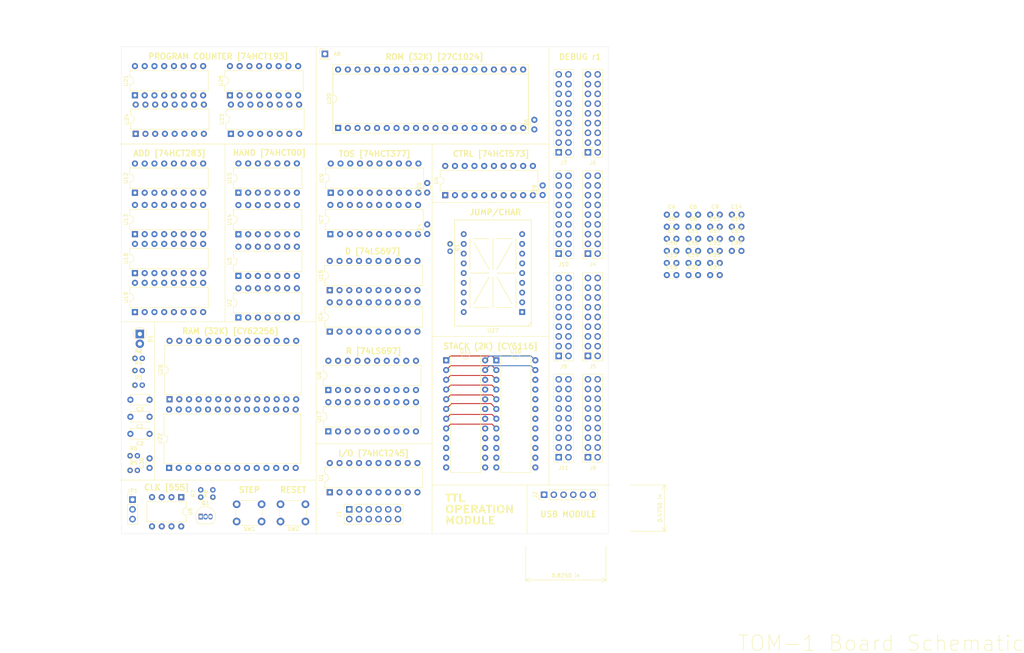
<source format=kicad_pcb>
(kicad_pcb (version 20171130) (host pcbnew "(5.1.6-0-10_14)")
  (layers (0 F.Cu signal) (1 In1.Cu signal hide) (2 In2.Cu signal hide) (31 B.Cu signal) (34 B.Paste user) (35 F.Paste user) (36 B.SilkS user) (37 F.SilkS user) (38 B.Mask user) (39 F.Mask user) (44 Edge.Cuts user))
  (net 0 "")
  (net 1 "Net-(U1-Pad19)")
  (net 2 "Net-(U6-Pad1)")
  (net 3 "Net-(U6-Pad3)")
  (net 4 "Net-(U6-Pad11)")
  (net 5 "Net-(U6-Pad4)")
  (net 6 "Net-(U6-Pad8)")
  (net 7 "Net-(U8-Pad5)")
  (net 8 "Net-(U12-Pad9)")
  (net 9 "Net-(U13-Pad9)")
  (net 10 "Net-(U16-Pad1)")
  (net 11 "Net-(U16-Pad8)")
  (net 12 "Net-(U16-Pad4)")
  (net 13 "Net-(U16-Pad11)")
  (net 14 "Net-(U17-Pad11)")
  (net 15 "Net-(U17-Pad4)")
  (net 16 "Net-(U17-Pad8)")
  (net 17 "Net-(U17-Pad1)")
  (net 18 "Net-(U18-Pad9)")
  (net 19 "Net-(U21-Pad12)")
  (net 20 "Net-(U21-Pad13)")
  (net 21 "Net-(J2-Pad3)")
  (net 22 "Net-(J2-Pad4)")
  (net 23 "Net-(J2-Pad5)")
  (net 24 "Net-(J2-Pad6)")
  (net 25 "Net-(J1-Pad5)")
  (net 26 "Net-(J1-Pad6)")
  (net 27 "Net-(J1-Pad7)")
  (net 28 "Net-(J1-Pad8)")
  (net 29 "Net-(J1-Pad9)")
  (net 30 "Net-(J1-Pad10)")
  (net 31 "Net-(J1-Pad11)")
  (net 32 "Net-(J1-Pad12)")
  (net 33 "Net-(U5-Pad10)")
  (net 34 "Net-(J5-Pad9)")
  (net 35 "Net-(J5-Pad10)")
  (net 36 "Net-(J5-Pad11)")
  (net 37 "Net-(J5-Pad12)")
  (net 38 "Net-(J5-Pad13)")
  (net 39 "Net-(J5-Pad14)")
  (net 40 "Net-(J5-Pad15)")
  (net 41 "Net-(J5-Pad16)")
  (net 42 "Net-(J7-Pad1)")
  (net 43 "Net-(J7-Pad2)")
  (net 44 "Net-(J7-Pad3)")
  (net 45 "Net-(J7-Pad4)")
  (net 46 "Net-(J7-Pad5)")
  (net 47 "Net-(J7-Pad6)")
  (net 48 "Net-(J7-Pad7)")
  (net 49 "Net-(J7-Pad8)")
  (net 50 "Net-(J7-Pad9)")
  (net 51 "Net-(J7-Pad10)")
  (net 52 "Net-(J7-Pad11)")
  (net 53 "Net-(J7-Pad12)")
  (net 54 "Net-(J7-Pad13)")
  (net 55 "Net-(J7-Pad14)")
  (net 56 "Net-(J7-Pad15)")
  (net 57 "Net-(J7-Pad16)")
  (net 58 "Net-(U23-Pad12)")
  (net 59 "Net-(U23-Pad5)")
  (net 60 "Net-(U23-Pad13)")
  (net 61 "Net-(U24-Pad13)")
  (net 62 "Net-(U24-Pad12)")
  (net 63 "Net-(U25-Pad13)")
  (net 64 "Net-(J9-Pad16)")
  (net 65 "Net-(J9-Pad15)")
  (net 66 "Net-(J9-Pad14)")
  (net 67 "Net-(J9-Pad13)")
  (net 68 "Net-(J9-Pad12)")
  (net 69 "Net-(J9-Pad11)")
  (net 70 "Net-(J9-Pad10)")
  (net 71 "Net-(J9-Pad9)")
  (net 72 "Net-(J9-Pad8)")
  (net 73 "Net-(J9-Pad7)")
  (net 74 "Net-(J9-Pad6)")
  (net 75 "Net-(J9-Pad5)")
  (net 76 "Net-(J9-Pad4)")
  (net 77 "Net-(J9-Pad3)")
  (net 78 "Net-(J9-Pad2)")
  (net 79 "Net-(J9-Pad1)")
  (net 80 "Net-(J10-Pad16)")
  (net 81 "Net-(J10-Pad15)")
  (net 82 "Net-(J10-Pad14)")
  (net 83 "Net-(J10-Pad13)")
  (net 84 "Net-(J10-Pad12)")
  (net 85 "Net-(J10-Pad11)")
  (net 86 "Net-(J10-Pad10)")
  (net 87 "Net-(J10-Pad9)")
  (net 88 "Net-(J10-Pad8)")
  (net 89 "Net-(J10-Pad7)")
  (net 90 "Net-(J10-Pad6)")
  (net 91 "Net-(J10-Pad5)")
  (net 92 "Net-(J10-Pad4)")
  (net 93 "Net-(J10-Pad3)")
  (net 94 "Net-(J10-Pad2)")
  (net 95 "Net-(J10-Pad1)")
  (net 96 VCC)
  (net 97 GND)
  (net 98 VPP)
  (net 99 "Net-(U19-Pad9)")
  (net 100 "Net-(U27-Pad12)")
  (net 101 "Net-(J4-Pad16)")
  (net 102 "Net-(J4-Pad15)")
  (net 103 "Net-(J4-Pad14)")
  (net 104 "Net-(J4-Pad13)")
  (net 105 "Net-(J4-Pad12)")
  (net 106 "Net-(J4-Pad11)")
  (net 107 "Net-(J4-Pad10)")
  (net 108 "Net-(J4-Pad9)")
  (net 109 "Net-(J4-Pad8)")
  (net 110 "Net-(J4-Pad7)")
  (net 111 "Net-(J4-Pad6)")
  (net 112 "Net-(J4-Pad5)")
  (net 113 "Net-(J4-Pad4)")
  (net 114 "Net-(J4-Pad3)")
  (net 115 "Net-(J4-Pad2)")
  (net 116 "Net-(J4-Pad1)")
  (net 117 "Net-(U16-Pad14)")
  (net 118 "Net-(R1-Pad1)")
  (net 119 "Net-(C1-Pad2)")
  (net 120 "Net-(C1-Pad1)")
  (net 121 "Net-(C2-Pad1)")
  (net 122 "Net-(J6-Pad16)")
  (net 123 "Net-(J6-Pad15)")
  (net 124 "Net-(J6-Pad14)")
  (net 125 "Net-(J6-Pad13)")
  (net 126 "Net-(J6-Pad12)")
  (net 127 "Net-(J6-Pad11)")
  (net 128 "Net-(J6-Pad10)")
  (net 129 "Net-(J6-Pad9)")
  (net 130 "Net-(J6-Pad8)")
  (net 131 "Net-(J6-Pad7)")
  (net 132 "Net-(J6-Pad6)")
  (net 133 "Net-(J6-Pad5)")
  (net 134 "Net-(J6-Pad4)")
  (net 135 "Net-(J6-Pad3)")
  (net 136 "Net-(J6-Pad2)")
  (net 137 "Net-(J6-Pad1)")
  (net 138 "Net-(U28-Pad26)")
  (net 139 "Net-(U28-Pad25)")
  (net 140 "Net-(U28-Pad24)")
  (net 141 "Net-(U28-Pad10)")
  (net 142 "Net-(U28-Pad23)")
  (net 143 "Net-(U28-Pad9)")
  (net 144 "Net-(U28-Pad8)")
  (net 145 "Net-(U28-Pad21)")
  (net 146 "Net-(U28-Pad7)")
  (net 147 "Net-(U28-Pad6)")
  (net 148 "Net-(U28-Pad5)")
  (net 149 "Net-(U28-Pad4)")
  (net 150 "Net-(U28-Pad3)")
  (net 151 "Net-(U28-Pad2)")
  (net 152 "Net-(U28-Pad1)")
  (net 153 "Net-(J8-Pad16)")
  (net 154 "Net-(J8-Pad15)")
  (net 155 "Net-(J8-Pad14)")
  (net 156 "Net-(J8-Pad13)")
  (net 157 "Net-(J8-Pad12)")
  (net 158 "Net-(J8-Pad11)")
  (net 159 "Net-(J8-Pad10)")
  (net 160 "Net-(J8-Pad9)")
  (net 161 "Net-(J8-Pad8)")
  (net 162 "Net-(J8-Pad7)")
  (net 163 "Net-(J8-Pad6)")
  (net 164 "Net-(J8-Pad5)")
  (net 165 "Net-(J8-Pad4)")
  (net 166 "Net-(J8-Pad3)")
  (net 167 "Net-(J8-Pad2)")
  (net 168 "Net-(J8-Pad1)")
  (net 169 "Net-(J11-Pad16)")
  (net 170 "Net-(J11-Pad15)")
  (net 171 "Net-(J11-Pad14)")
  (net 172 "Net-(J11-Pad13)")
  (net 173 "Net-(J11-Pad12)")
  (net 174 "Net-(J11-Pad11)")
  (net 175 "Net-(J11-Pad10)")
  (net 176 "Net-(J11-Pad9)")
  (net 177 "Net-(J11-Pad8)")
  (net 178 "Net-(J11-Pad7)")
  (net 179 "Net-(J11-Pad6)")
  (net 180 "Net-(J11-Pad5)")
  (net 181 "Net-(J11-Pad4)")
  (net 182 "Net-(J11-Pad3)")
  (net 183 "Net-(J11-Pad2)")
  (net 184 "Net-(J11-Pad1)")
  (net 185 "Net-(U1-Pad1)")
  (net 186 "Net-(U10-Pad22)")
  (net 187 "Net-(U10-Pad21)")
  (net 188 "Net-(U10-Pad20)")
  (net 189 "Net-(U10-Pad19)")
  (net 190 "Net-(U10-Pad18)")
  (net 191 "Net-(U11-Pad22)")
  (net 192 "Net-(U11-Pad21)")
  (net 193 "Net-(U11-Pad20)")
  (net 194 "Net-(U11-Pad19)")
  (net 195 "Net-(U11-Pad18)")
  (net 196 "Net-(U20-Pad38)")
  (net 197 "Net-(JP1-Pad2)")
  (net 198 "Net-(JP1-Pad3)")
  (net 199 "Net-(U16-Pad3)")
  (net 200 "Net-(U17-Pad3)")
  (net 201 "Net-(IC4-Pad1)")
  (net 202 "Net-(IC4-Pad11)")
  (net 203 "Net-(IC4-Pad3)")
  (net 204 "Net-(IC4-Pad4)")
  (net 205 "Net-(IC4-Pad14)")
  (net 206 "Net-(IC4-Pad8)")
  (net 207 "Net-(IC7-Pad1)")
  (net 208 "Net-(IC7-Pad11)")
  (net 209 GNDREF)
  (net 210 "Net-(IC9-Pad11)")
  (net 211 "Net-(IC9-Pad1)")
  (net 212 /NAND/nand1)
  (net 213 /NAND/nand3)
  (net 214 /NAND/nand0)
  (net 215 /NAND/nand12)
  (net 216 /NAND/nand5)
  (net 217 /NAND/nand7)
  (net 218 /NAND/nand4)
  (net 219 /NAND/nand6)
  (net 220 /NAND/nand9)
  (net 221 /NAND/nand11)
  (net 222 /NAND/nand8)
  (net 223 /NAND/nand10)
  (net 224 /NAND/nand13)
  (net 225 /NAND/nand15)
  (net 226 /NAND/nand14)
  (net 227 "Net-(J5-Pad8)")
  (net 228 "Net-(J5-Pad7)")
  (net 229 "Net-(J5-Pad6)")
  (net 230 "Net-(J5-Pad5)")
  (net 231 "Net-(J5-Pad4)")
  (net 232 "Net-(J5-Pad3)")
  (net 233 "Net-(J5-Pad2)")
  (net 234 "Net-(J5-Pad1)")
  (net 235 ~Reset)
  (net 236 "Net-(R5-Pad2)")
  (net 237 "/D/R Registers/stack0")
  (net 238 "/D/R Registers/stack4")
  (net 239 "/D/R Registers/stack1")
  (net 240 "/D/R Registers/stack5")
  (net 241 "/D/R Registers/stack2")
  (net 242 "/D/R Registers/stack6")
  (net 243 "/D/R Registers/stack3")
  (net 244 "/D/R Registers/stack7")
  (net 245 "Net-(Q1-Pad2)")
  (net 246 "/JUMP / CHAR/jump0")
  (net 247 /Stack/a8)
  (net 248 /ADD/tos_bus1)
  (net 249 /ADD/stack1)
  (net 250 /ADD/tos_bus3)
  (net 251 /ADD/tos1)
  (net 252 /ADD/stack3)
  (net 253 /ADD/tos_bus0)
  (net 254 /ADD/tos3)
  (net 255 /ADD/tos0)
  (net 256 /ADD/tos_bus2)
  (net 257 /ADD/stack0)
  (net 258 /ADD/tos2)
  (net 259 /ADD/stack2)
  (net 260 /ADD/enable)
  (net 261 /ADD/tos_bus5)
  (net 262 /ADD/stack5)
  (net 263 /ADD/tos_bus7)
  (net 264 /ADD/tos5)
  (net 265 /ADD/stack7)
  (net 266 /ADD/tos_bus4)
  (net 267 /ADD/tos7)
  (net 268 /ADD/tos4)
  (net 269 /ADD/tos_bus6)
  (net 270 /ADD/stack4)
  (net 271 /ADD/tos6)
  (net 272 /ADD/stack6)
  (net 273 /ADD/tos_bus9)
  (net 274 /ADD/stack9)
  (net 275 /ADD/tos_bus11)
  (net 276 /ADD/tos9)
  (net 277 /ADD/stack11)
  (net 278 /ADD/tos_bus8)
  (net 279 /ADD/tos11)
  (net 280 /ADD/tos8)
  (net 281 /ADD/tos_bus10)
  (net 282 /ADD/stack8)
  (net 283 /ADD/tos10)
  (net 284 /ADD/stack10)
  (net 285 /ADD/tos_bus13)
  (net 286 /ADD/stack13)
  (net 287 /ADD/tos_bus15)
  (net 288 /ADD/tos13)
  (net 289 /ADD/stack15)
  (net 290 /ADD/tos_bus12)
  (net 291 /ADD/tos15)
  (net 292 /ADD/tos12)
  (net 293 /ADD/tos_bus14)
  (net 294 /ADD/stack12)
  (net 295 /ADD/tos14)
  (net 296 /ADD/stack14)
  (net 297 /ROM/~output_enable~)
  (net 298 /ROM/~chip_enable~)
  (net 299 "/Program Counter/rom1")
  (net 300 "/Program Counter/rom3")
  (net 301 "/Program Counter/pc1")
  (net 302 "/Program Counter/rom2")
  (net 303 "/Program Counter/pc0")
  (net 304 "/Program Counter/down")
  (net 305 "/Program Counter/up")
  (net 306 "/Program Counter/pc2")
  (net 307 "/Program Counter/pc3")
  (net 308 "/Program Counter/rom0")
  (net 309 /RAM/~chip_enable~)
  (net 310 /RAM/~output_enable~)
  (net 311 /RAM/~write_enable~)
  (net 312 "/Program Counter/rom12")
  (net 313 "/Program Counter/pc15")
  (net 314 "/Program Counter/pc14")
  (net 315 "/Program Counter/pc12")
  (net 316 "/Program Counter/rom14")
  (net 317 "/Program Counter/pc13")
  (net 318 "/Program Counter/rom15")
  (net 319 "/Program Counter/rom13")
  (net 320 "/Program Counter/rom4")
  (net 321 "/Program Counter/pc7")
  (net 322 "/Program Counter/pc6")
  (net 323 "/Program Counter/pc4")
  (net 324 "/Program Counter/rom6")
  (net 325 "/Program Counter/pc5")
  (net 326 "/Program Counter/rom7")
  (net 327 "/Program Counter/rom5")
  (net 328 "/Program Counter/rom8")
  (net 329 "/Program Counter/pc11")
  (net 330 "/Program Counter/pc10")
  (net 331 "/Program Counter/pc8")
  (net 332 "/Program Counter/rom10")
  (net 333 "/Program Counter/pc9")
  (net 334 "/Program Counter/rom11")
  (net 335 "/Program Counter/rom9")
  (net 336 /RAM/~chip_enable)
  (net 337 "Net-(A8-Pad1)")
  (net 338 "Net-(IC4-Pad2)")
  (net 339 "Net-(IC4-Pad12)")
  (net 340 "Net-(IC4-Pad5)")
  (net 341 "Net-(IC4-Pad15)")
  (net 342 "Net-(IC4-Pad6)")
  (net 343 "/D/R Registers/~d_enable")
  (net 344 "Net-(IC4-Pad9)")
  (net 345 "Net-(U6-Pad9)")
  (net 346 "Net-(U6-Pad6)")
  (net 347 "Net-(U6-Pad15)")
  (net 348 "Net-(U6-Pad5)")
  (net 349 "Net-(U6-Pad12)")
  (net 350 "Net-(U6-Pad2)")
  (net 351 "Net-(U16-Pad2)")
  (net 352 "Net-(U16-Pad12)")
  (net 353 "Net-(U16-Pad5)")
  (net 354 "Net-(U16-Pad15)")
  (net 355 "Net-(U16-Pad6)")
  (net 356 "/D/R Registers/~r_enable")
  (net 357 "Net-(U16-Pad9)")
  (net 358 "Net-(U16-Pad10)")
  (net 359 "Net-(U17-Pad9)")
  (net 360 "Net-(U17-Pad6)")
  (net 361 "Net-(U17-Pad15)")
  (net 362 "Net-(U17-Pad5)")
  (net 363 "Net-(U17-Pad12)")
  (net 364 "Net-(U17-Pad2)")
  (net 365 /Power/Clock/clk_bar)
  (net 366 /Power/Clock/clk)
  (net 367 /NAND/enable)
  (net 368 "Net-(U4-Pad19)")
  (net 369 "Net-(U4-Pad9)")
  (net 370 "Net-(U4-Pad18)")
  (net 371 "Net-(U4-Pad8)")
  (net 372 "Net-(U4-Pad17)")
  (net 373 "Net-(U4-Pad7)")
  (net 374 "Net-(U4-Pad16)")
  (net 375 "Net-(U4-Pad6)")
  (net 376 "Net-(U4-Pad15)")
  (net 377 "Net-(U4-Pad5)")
  (net 378 "Net-(U4-Pad14)")
  (net 379 "Net-(U4-Pad4)")
  (net 380 "Net-(U4-Pad13)")
  (net 381 "Net-(U4-Pad3)")
  (net 382 "Net-(U4-Pad12)")
  (net 383 "Net-(U4-Pad2)")
  (net 384 /Control/output_enable)
  (module Package_DIP:DIP-20_W7.62mm (layer F.Cu) (at 106.045 57.785 90)
    (fp_text reference U4 (at 3.81 -2.33 90) (layer F.SilkS))
    (fp_text value 74LS573)
    (pad 20 thru_hole oval (at 7.62 0 90) (size 1.6 1.6) (drill 0.8) (layers *.Cu *.Mask) (net 96 VCC))
    (pad 10 thru_hole oval (at 0 22.86 90) (size 1.6 1.6) (drill 0.8) (layers *.Cu *.Mask) (net 97 GND))
    (pad 19 thru_hole oval (at 7.62 2.54 90) (size 1.6 1.6) (drill 0.8) (layers *.Cu *.Mask) (net 368 "Net-(U4-Pad19)"))
    (pad 9 thru_hole oval (at 0 20.32 90) (size 1.6 1.6) (drill 0.8) (layers *.Cu *.Mask) (net 369 "Net-(U4-Pad9)"))
    (pad 18 thru_hole oval (at 7.62 5.08 90) (size 1.6 1.6) (drill 0.8) (layers *.Cu *.Mask) (net 370 "Net-(U4-Pad18)"))
    (pad 8 thru_hole oval (at 0 17.78 90) (size 1.6 1.6) (drill 0.8) (layers *.Cu *.Mask) (net 371 "Net-(U4-Pad8)"))
    (pad 17 thru_hole oval (at 7.62 7.62 90) (size 1.6 1.6) (drill 0.8) (layers *.Cu *.Mask) (net 372 "Net-(U4-Pad17)"))
    (pad 7 thru_hole oval (at 0 15.24 90) (size 1.6 1.6) (drill 0.8) (layers *.Cu *.Mask) (net 373 "Net-(U4-Pad7)"))
    (pad 16 thru_hole oval (at 7.62 10.16 90) (size 1.6 1.6) (drill 0.8) (layers *.Cu *.Mask) (net 374 "Net-(U4-Pad16)"))
    (pad 6 thru_hole oval (at 0 12.7 90) (size 1.6 1.6) (drill 0.8) (layers *.Cu *.Mask) (net 375 "Net-(U4-Pad6)"))
    (pad 15 thru_hole oval (at 7.62 12.7 90) (size 1.6 1.6) (drill 0.8) (layers *.Cu *.Mask) (net 376 "Net-(U4-Pad15)"))
    (pad 5 thru_hole oval (at 0 10.16 90) (size 1.6 1.6) (drill 0.8) (layers *.Cu *.Mask) (net 377 "Net-(U4-Pad5)"))
    (pad 14 thru_hole oval (at 7.62 15.24 90) (size 1.6 1.6) (drill 0.8) (layers *.Cu *.Mask) (net 378 "Net-(U4-Pad14)"))
    (pad 4 thru_hole oval (at 0 7.62 90) (size 1.6 1.6) (drill 0.8) (layers *.Cu *.Mask) (net 379 "Net-(U4-Pad4)"))
    (pad 13 thru_hole oval (at 7.62 17.78 90) (size 1.6 1.6) (drill 0.8) (layers *.Cu *.Mask) (net 380 "Net-(U4-Pad13)"))
    (pad 3 thru_hole oval (at 0 5.08 90) (size 1.6 1.6) (drill 0.8) (layers *.Cu *.Mask) (net 381 "Net-(U4-Pad3)"))
    (pad 12 thru_hole oval (at 7.62 20.32 90) (size 1.6 1.6) (drill 0.8) (layers *.Cu *.Mask) (net 382 "Net-(U4-Pad12)"))
    (pad 2 thru_hole oval (at 0 2.54 90) (size 1.6 1.6) (drill 0.8) (layers *.Cu *.Mask) (net 383 "Net-(U4-Pad2)"))
    (pad 11 thru_hole oval (at 7.62 22.86 90) (size 1.6 1.6) (drill 0.8) (layers *.Cu *.Mask) (net 365 /Power/Clock/clk_bar))
    (pad 1 thru_hole rect (at 0 0 90) (size 1.6 1.6) (drill 0.8) (layers *.Cu *.Mask) (net 384 /Control/output_enable))
  )
  (module Button_Switch_THT:SW_PUSH_6mm (layer F.Cu) (at 58.166 142.875 180)
    (fp_text reference SW1 (at 3.175 -1.905) (layer F.SilkS))
    (fp_text value SW_PUSH)
    (pad 1 thru_hole circle (at 6.5 0 270) (size 2 2) (drill 1.1) (layers *.Cu *.Mask) (net 209 GNDREF))
    (pad 2 thru_hole circle (at 6.5 4.5 270) (size 2 2) (drill 1.1) (layers *.Cu *.Mask) (net 236 "Net-(R5-Pad2)"))
    (pad 1 thru_hole circle (at 0 0 270) (size 2 2) (drill 1.1) (layers *.Cu *.Mask) (net 209 GNDREF))
    (pad 2 thru_hole circle (at 0 4.5 270) (size 2 2) (drill 1.1) (layers *.Cu *.Mask) (net 236 "Net-(R5-Pad2)"))
  )
  (module Resistor_THT:R_Axial_DIN0204_L3.6mm_D1.6mm_P1.90mm_Vertical (layer F.Cu) (at 23.876 125.73)
    (fp_text reference R6 (at 0.95 -1.92) (layer F.SilkS))
    (fp_text value 20K)
    (pad 2 thru_hole oval (at 1.9 0) (size 1.4 1.4) (drill 0.7) (layers *.Cu *.Mask) (net 235 ~Reset))
    (pad 1 thru_hole circle (at 0 0) (size 1.4 1.4) (drill 0.7) (layers *.Cu *.Mask) (net 96 VCC))
  )
  (module Resistor_THT:R_Axial_DIN0204_L3.6mm_D1.6mm_P1.90mm_Vertical (layer F.Cu) (at 23.876 129.54)
    (fp_text reference R5 (at 0.95 -1.92) (layer F.SilkS))
    (fp_text value 1K)
    (pad 2 thru_hole oval (at 1.9 0) (size 1.4 1.4) (drill 0.7) (layers *.Cu *.Mask) (net 236 "Net-(R5-Pad2)"))
    (pad 1 thru_hole circle (at 0 0) (size 1.4 1.4) (drill 0.7) (layers *.Cu *.Mask) (net 235 ~Reset))
  )
  (module Connector_PinHeader_2.54mm:PinHeader_1x06_P2.54mm_Vertical (layer F.Cu) (at 131.826 135.89 90)
    (fp_text reference J2 (at 0 -2.33 90) (layer F.SilkS))
    (fp_text value "USB Module")
    (pad 6 thru_hole oval (at 0 12.7 90) (size 1.7 1.7) (drill 1) (layers *.Cu *.Mask) (net 24 "Net-(J2-Pad6)"))
    (pad 5 thru_hole oval (at 0 10.16 90) (size 1.7 1.7) (drill 1) (layers *.Cu *.Mask) (net 23 "Net-(J2-Pad5)"))
    (pad 4 thru_hole oval (at 0 7.62 90) (size 1.7 1.7) (drill 1) (layers *.Cu *.Mask) (net 22 "Net-(J2-Pad4)"))
    (pad 3 thru_hole oval (at 0 5.08 90) (size 1.7 1.7) (drill 1) (layers *.Cu *.Mask) (net 21 "Net-(J2-Pad3)"))
    (pad 2 thru_hole oval (at 0 2.54 90) (size 1.7 1.7) (drill 1) (layers *.Cu *.Mask) (net 209 GNDREF))
    (pad 1 thru_hole rect (at 0 0 90) (size 1.7 1.7) (drill 1) (layers *.Cu *.Mask) (net 96 VCC))
  )
  (module Capacitor_THT:C_Disc_D3.0mm_W1.6mm_P2.50mm (layer F.Cu) (at 131.445 57.745 90)
    (fp_text reference C29 (at 1.25 -2.05 90) (layer F.SilkS))
    (fp_text value C)
    (pad 2 thru_hole circle (at 2.5 0 90) (size 1.6 1.6) (drill 0.8) (layers *.Cu *.Mask) (net 209 GNDREF))
    (pad 1 thru_hole circle (at 0 0 90) (size 1.6 1.6) (drill 0.8) (layers *.Cu *.Mask) (net 96 VCC))
  )
  (module Capacitor_THT:C_Disc_D3.0mm_W1.6mm_P2.50mm (layer F.Cu) (at 180.78 72.315)
    (fp_text reference C28 (at 1.25 -2.05) (layer F.SilkS))
    (fp_text value C)
    (pad 2 thru_hole circle (at 2.5 0) (size 1.6 1.6) (drill 0.8) (layers *.Cu *.Mask) (net 209 GNDREF))
    (pad 1 thru_hole circle (at 0 0) (size 1.6 1.6) (drill 0.8) (layers *.Cu *.Mask) (net 96 VCC))
  )
  (module Capacitor_THT:C_Disc_D3.0mm_W1.6mm_P2.50mm (layer F.Cu) (at 175.13 78.615)
    (fp_text reference C27 (at 1.25 -2.05) (layer F.SilkS))
    (fp_text value C)
    (pad 2 thru_hole circle (at 2.5 0) (size 1.6 1.6) (drill 0.8) (layers *.Cu *.Mask) (net 209 GNDREF))
    (pad 1 thru_hole circle (at 0 0) (size 1.6 1.6) (drill 0.8) (layers *.Cu *.Mask) (net 96 VCC))
  )
  (module Capacitor_THT:C_Disc_D3.0mm_W1.6mm_P2.50mm (layer F.Cu) (at 129.286 40.64 90)
    (fp_text reference C26 (at 1.25 -2.05 90) (layer F.SilkS))
    (fp_text value C)
    (pad 2 thru_hole circle (at 2.5 0 90) (size 1.6 1.6) (drill 0.8) (layers *.Cu *.Mask) (net 209 GNDREF))
    (pad 1 thru_hole circle (at 0 0 90) (size 1.6 1.6) (drill 0.8) (layers *.Cu *.Mask) (net 96 VCC))
  )
  (module Capacitor_THT:C_Disc_D3.0mm_W1.6mm_P2.50mm (layer F.Cu) (at 175.13 75.465)
    (fp_text reference C25 (at 1.25 -2.05) (layer F.SilkS))
    (fp_text value C)
    (pad 2 thru_hole circle (at 2.5 0) (size 1.6 1.6) (drill 0.8) (layers *.Cu *.Mask) (net 209 GNDREF))
    (pad 1 thru_hole circle (at 0 0) (size 1.6 1.6) (drill 0.8) (layers *.Cu *.Mask) (net 96 VCC))
  )
  (module Capacitor_THT:C_Disc_D3.0mm_W1.6mm_P2.50mm (layer F.Cu) (at 101.346 67.905 90)
    (fp_text reference C24 (at 1.25 -2.05 90) (layer F.SilkS))
    (fp_text value C)
    (pad 2 thru_hole circle (at 2.5 0 90) (size 1.6 1.6) (drill 0.8) (layers *.Cu *.Mask) (net 209 GNDREF))
    (pad 1 thru_hole circle (at 0 0 90) (size 1.6 1.6) (drill 0.8) (layers *.Cu *.Mask) (net 96 VCC))
  )
  (module Capacitor_THT:C_Disc_D3.0mm_W1.6mm_P2.50mm (layer F.Cu) (at 180.78 69.165)
    (fp_text reference C23 (at 1.25 -2.05) (layer F.SilkS))
    (fp_text value C)
    (pad 2 thru_hole circle (at 2.5 0) (size 1.6 1.6) (drill 0.8) (layers *.Cu *.Mask) (net 209 GNDREF))
    (pad 1 thru_hole circle (at 0 0) (size 1.6 1.6) (drill 0.8) (layers *.Cu *.Mask) (net 96 VCC))
  )
  (module Capacitor_THT:C_Disc_D3.0mm_W1.6mm_P2.50mm (layer F.Cu) (at 175.13 72.315)
    (fp_text reference C22 (at 1.25 -2.05) (layer F.SilkS))
    (fp_text value C)
    (pad 2 thru_hole circle (at 2.5 0) (size 1.6 1.6) (drill 0.8) (layers *.Cu *.Mask) (net 209 GNDREF))
    (pad 1 thru_hole circle (at 0 0) (size 1.6 1.6) (drill 0.8) (layers *.Cu *.Mask) (net 96 VCC))
  )
  (module Capacitor_THT:C_Disc_D3.0mm_W1.6mm_P2.50mm (layer F.Cu) (at 169.48 78.615)
    (fp_text reference C21 (at 1.25 -2.05) (layer F.SilkS))
    (fp_text value C)
    (pad 2 thru_hole circle (at 2.5 0) (size 1.6 1.6) (drill 0.8) (layers *.Cu *.Mask) (net 209 GNDREF))
    (pad 1 thru_hole circle (at 0 0) (size 1.6 1.6) (drill 0.8) (layers *.Cu *.Mask) (net 96 VCC))
  )
  (module Capacitor_THT:C_Disc_D3.0mm_W1.6mm_P2.50mm (layer F.Cu) (at 101.346 57.11 90)
    (fp_text reference C20 (at 1.25 -2.05 90) (layer F.SilkS))
    (fp_text value C)
    (pad 2 thru_hole circle (at 2.5 0 90) (size 1.6 1.6) (drill 0.8) (layers *.Cu *.Mask) (net 209 GNDREF))
    (pad 1 thru_hole circle (at 0 0 90) (size 1.6 1.6) (drill 0.8) (layers *.Cu *.Mask) (net 96 VCC))
  )
  (module Capacitor_THT:C_Disc_D3.0mm_W1.6mm_P2.50mm (layer F.Cu) (at 169.48 75.465)
    (fp_text reference C19 (at 1.25 -2.05) (layer F.SilkS))
    (fp_text value C)
    (pad 2 thru_hole circle (at 2.5 0) (size 1.6 1.6) (drill 0.8) (layers *.Cu *.Mask) (net 209 GNDREF))
    (pad 1 thru_hole circle (at 0 0) (size 1.6 1.6) (drill 0.8) (layers *.Cu *.Mask) (net 96 VCC))
  )
  (module Capacitor_THT:C_Disc_D3.0mm_W1.6mm_P2.50mm (layer F.Cu) (at 180.78 66.015)
    (fp_text reference C18 (at 1.25 -2.05) (layer F.SilkS))
    (fp_text value C)
    (pad 2 thru_hole circle (at 2.5 0) (size 1.6 1.6) (drill 0.8) (layers *.Cu *.Mask) (net 209 GNDREF))
    (pad 1 thru_hole circle (at 0 0) (size 1.6 1.6) (drill 0.8) (layers *.Cu *.Mask) (net 96 VCC))
  )
  (module Capacitor_THT:C_Disc_D3.0mm_W1.6mm_P2.50mm (layer F.Cu) (at 175.13 69.165)
    (fp_text reference C17 (at 1.25 -2.05) (layer F.SilkS))
    (fp_text value C)
    (pad 2 thru_hole circle (at 2.5 0) (size 1.6 1.6) (drill 0.8) (layers *.Cu *.Mask) (net 209 GNDREF))
    (pad 1 thru_hole circle (at 0 0) (size 1.6 1.6) (drill 0.8) (layers *.Cu *.Mask) (net 96 VCC))
  )
  (module Capacitor_THT:C_Disc_D3.0mm_W1.6mm_P2.50mm (layer F.Cu) (at 169.48 72.315)
    (fp_text reference C16 (at 1.25 -2.05) (layer F.SilkS))
    (fp_text value C)
    (pad 2 thru_hole circle (at 2.5 0) (size 1.6 1.6) (drill 0.8) (layers *.Cu *.Mask) (net 209 GNDREF))
    (pad 1 thru_hole circle (at 0 0) (size 1.6 1.6) (drill 0.8) (layers *.Cu *.Mask) (net 96 VCC))
  )
  (module Capacitor_THT:C_Disc_D3.0mm_W1.6mm_P2.50mm (layer F.Cu) (at 163.83 78.615)
    (fp_text reference C15 (at 1.25 -2.05) (layer F.SilkS))
    (fp_text value C)
    (pad 2 thru_hole circle (at 2.5 0) (size 1.6 1.6) (drill 0.8) (layers *.Cu *.Mask) (net 209 GNDREF))
    (pad 1 thru_hole circle (at 0 0) (size 1.6 1.6) (drill 0.8) (layers *.Cu *.Mask) (net 96 VCC))
  )
  (module Capacitor_THT:C_Disc_D3.0mm_W1.6mm_P2.50mm (layer F.Cu) (at 180.78 62.865)
    (fp_text reference C14 (at 1.25 -2.05) (layer F.SilkS))
    (fp_text value C)
    (pad 2 thru_hole circle (at 2.5 0) (size 1.6 1.6) (drill 0.8) (layers *.Cu *.Mask) (net 209 GNDREF))
    (pad 1 thru_hole circle (at 0 0) (size 1.6 1.6) (drill 0.8) (layers *.Cu *.Mask) (net 96 VCC))
  )
  (module Capacitor_THT:C_Disc_D3.0mm_W1.6mm_P2.50mm (layer F.Cu) (at 163.83 75.465)
    (fp_text reference C13 (at 1.25 -2.05) (layer F.SilkS))
    (fp_text value C)
    (pad 2 thru_hole circle (at 2.5 0) (size 1.6 1.6) (drill 0.8) (layers *.Cu *.Mask) (net 209 GNDREF))
    (pad 1 thru_hole circle (at 0 0) (size 1.6 1.6) (drill 0.8) (layers *.Cu *.Mask) (net 96 VCC))
  )
  (module Capacitor_THT:C_Disc_D3.0mm_W1.6mm_P2.50mm (layer F.Cu) (at 175.13 66.015)
    (fp_text reference C12 (at 1.25 -2.05) (layer F.SilkS))
    (fp_text value C)
    (pad 2 thru_hole circle (at 2.5 0) (size 1.6 1.6) (drill 0.8) (layers *.Cu *.Mask) (net 209 GNDREF))
    (pad 1 thru_hole circle (at 0 0) (size 1.6 1.6) (drill 0.8) (layers *.Cu *.Mask) (net 96 VCC))
  )
  (module Capacitor_THT:C_Disc_D3.0mm_W1.6mm_P2.50mm (layer F.Cu) (at 169.48 69.165)
    (fp_text reference C11 (at 1.25 -2.05) (layer F.SilkS))
    (fp_text value C)
    (pad 2 thru_hole circle (at 2.5 0) (size 1.6 1.6) (drill 0.8) (layers *.Cu *.Mask) (net 209 GNDREF))
    (pad 1 thru_hole circle (at 0 0) (size 1.6 1.6) (drill 0.8) (layers *.Cu *.Mask) (net 96 VCC))
  )
  (module Capacitor_THT:C_Disc_D3.0mm_W1.6mm_P2.50mm (layer F.Cu) (at 163.83 72.315)
    (fp_text reference C10 (at 1.25 -2.05) (layer F.SilkS))
    (fp_text value C)
    (pad 2 thru_hole circle (at 2.5 0) (size 1.6 1.6) (drill 0.8) (layers *.Cu *.Mask) (net 209 GNDREF))
    (pad 1 thru_hole circle (at 0 0) (size 1.6 1.6) (drill 0.8) (layers *.Cu *.Mask) (net 96 VCC))
  )
  (module Capacitor_THT:C_Disc_D3.0mm_W1.6mm_P2.50mm (layer F.Cu) (at 175.13 62.865)
    (fp_text reference C9 (at 1.25 -2.05) (layer F.SilkS))
    (fp_text value C)
    (pad 2 thru_hole circle (at 2.5 0) (size 1.6 1.6) (drill 0.8) (layers *.Cu *.Mask) (net 209 GNDREF))
    (pad 1 thru_hole circle (at 0 0) (size 1.6 1.6) (drill 0.8) (layers *.Cu *.Mask) (net 96 VCC))
  )
  (module Capacitor_THT:C_Disc_D3.0mm_W1.6mm_P2.50mm (layer F.Cu) (at 169.48 66.015)
    (fp_text reference C8 (at 1.25 -2.05) (layer F.SilkS))
    (fp_text value C)
    (pad 2 thru_hole circle (at 2.5 0) (size 1.6 1.6) (drill 0.8) (layers *.Cu *.Mask) (net 96 VCC))
    (pad 1 thru_hole circle (at 0 0) (size 1.6 1.6) (drill 0.8) (layers *.Cu *.Mask) (net 209 GNDREF))
  )
  (module Capacitor_THT:C_Disc_D3.0mm_W1.6mm_P2.50mm (layer F.Cu) (at 163.83 69.165)
    (fp_text reference C7 (at 1.25 -2.05) (layer F.SilkS))
    (fp_text value C)
    (pad 2 thru_hole circle (at 2.5 0) (size 1.6 1.6) (drill 0.8) (layers *.Cu *.Mask) (net 96 VCC))
    (pad 1 thru_hole circle (at 0 0) (size 1.6 1.6) (drill 0.8) (layers *.Cu *.Mask) (net 209 GNDREF))
  )
  (module Capacitor_THT:C_Disc_D3.0mm_W1.6mm_P2.50mm (layer F.Cu) (at 169.48 62.865)
    (fp_text reference C6 (at 1.25 -2.05) (layer F.SilkS))
    (fp_text value C)
    (pad 2 thru_hole circle (at 2.5 0) (size 1.6 1.6) (drill 0.8) (layers *.Cu *.Mask) (net 96 VCC))
    (pad 1 thru_hole circle (at 0 0) (size 1.6 1.6) (drill 0.8) (layers *.Cu *.Mask) (net 209 GNDREF))
  )
  (module Capacitor_THT:C_Disc_D3.0mm_W1.6mm_P2.50mm (layer F.Cu) (at 163.83 66.015)
    (fp_text reference C5 (at 1.25 -2.05) (layer F.SilkS))
    (fp_text value C)
    (pad 2 thru_hole circle (at 2.5 0) (size 1.6 1.6) (drill 0.8) (layers *.Cu *.Mask) (net 96 VCC))
    (pad 1 thru_hole circle (at 0 0) (size 1.6 1.6) (drill 0.8) (layers *.Cu *.Mask) (net 209 GNDREF))
  )
  (module Capacitor_THT:C_Disc_D3.0mm_W1.6mm_P2.50mm (layer F.Cu) (at 163.83 62.865)
    (fp_text reference C4 (at 1.25 -2.05) (layer F.SilkS))
    (fp_text value C)
    (pad 2 thru_hole circle (at 2.5 0) (size 1.6 1.6) (drill 0.8) (layers *.Cu *.Mask) (net 209 GNDREF))
    (pad 1 thru_hole circle (at 0 0) (size 1.6 1.6) (drill 0.8) (layers *.Cu *.Mask) (net 96 VCC))
  )
  (module Package_DIP:DIP-20_W7.62mm (layer F.Cu) (at 75.946 135.255 90)
    (fp_text reference U1 (at 3.81 -2.33 90) (layer F.SilkS))
    (fp_text value 74LS245)
    (pad 20 thru_hole oval (at 7.62 0 90) (size 1.6 1.6) (drill 0.8) (layers *.Cu *.Mask) (net 96 VCC))
    (pad 10 thru_hole oval (at 0 22.86 90) (size 1.6 1.6) (drill 0.8) (layers *.Cu *.Mask) (net 209 GNDREF))
    (pad 19 thru_hole oval (at 7.62 2.54 90) (size 1.6 1.6) (drill 0.8) (layers *.Cu *.Mask) (net 1 "Net-(U1-Pad19)"))
    (pad 9 thru_hole oval (at 0 20.32 90) (size 1.6 1.6) (drill 0.8) (layers *.Cu *.Mask) (net 265 /ADD/stack7))
    (pad 18 thru_hole oval (at 7.62 5.08 90) (size 1.6 1.6) (drill 0.8) (layers *.Cu *.Mask) (net 31 "Net-(J1-Pad11)"))
    (pad 8 thru_hole oval (at 0 17.78 90) (size 1.6 1.6) (drill 0.8) (layers *.Cu *.Mask) (net 272 /ADD/stack6))
    (pad 17 thru_hole oval (at 7.62 7.62 90) (size 1.6 1.6) (drill 0.8) (layers *.Cu *.Mask) (net 29 "Net-(J1-Pad9)"))
    (pad 7 thru_hole oval (at 0 15.24 90) (size 1.6 1.6) (drill 0.8) (layers *.Cu *.Mask) (net 262 /ADD/stack5))
    (pad 16 thru_hole oval (at 7.62 10.16 90) (size 1.6 1.6) (drill 0.8) (layers *.Cu *.Mask) (net 27 "Net-(J1-Pad7)"))
    (pad 6 thru_hole oval (at 0 12.7 90) (size 1.6 1.6) (drill 0.8) (layers *.Cu *.Mask) (net 270 /ADD/stack4))
    (pad 15 thru_hole oval (at 7.62 12.7 90) (size 1.6 1.6) (drill 0.8) (layers *.Cu *.Mask) (net 25 "Net-(J1-Pad5)"))
    (pad 5 thru_hole oval (at 0 10.16 90) (size 1.6 1.6) (drill 0.8) (layers *.Cu *.Mask) (net 252 /ADD/stack3))
    (pad 14 thru_hole oval (at 7.62 15.24 90) (size 1.6 1.6) (drill 0.8) (layers *.Cu *.Mask) (net 32 "Net-(J1-Pad12)"))
    (pad 4 thru_hole oval (at 0 7.62 90) (size 1.6 1.6) (drill 0.8) (layers *.Cu *.Mask) (net 259 /ADD/stack2))
    (pad 13 thru_hole oval (at 7.62 17.78 90) (size 1.6 1.6) (drill 0.8) (layers *.Cu *.Mask) (net 30 "Net-(J1-Pad10)"))
    (pad 3 thru_hole oval (at 0 5.08 90) (size 1.6 1.6) (drill 0.8) (layers *.Cu *.Mask) (net 249 /ADD/stack1))
    (pad 12 thru_hole oval (at 7.62 20.32 90) (size 1.6 1.6) (drill 0.8) (layers *.Cu *.Mask) (net 28 "Net-(J1-Pad8)"))
    (pad 2 thru_hole oval (at 0 2.54 90) (size 1.6 1.6) (drill 0.8) (layers *.Cu *.Mask) (net 257 /ADD/stack0))
    (pad 11 thru_hole oval (at 7.62 22.86 90) (size 1.6 1.6) (drill 0.8) (layers *.Cu *.Mask) (net 26 "Net-(J1-Pad6)"))
    (pad 1 thru_hole rect (at 0 0 90) (size 1.6 1.6) (drill 0.8) (layers *.Cu *.Mask) (net 185 "Net-(U1-Pad1)"))
  )
  (module Package_DIP:DIP-40_W15.24mm_Socket (layer F.Cu) (at 78.105 40.259 90)
    (fp_text reference U20 (at 7.62 -2.33 90) (layer F.SilkS))
    (fp_text value 27C1024)
    (pad 40 thru_hole oval (at 15.24 0 90) (size 1.6 1.6) (drill 0.8) (layers *.Cu *.Mask) (net 96 VCC))
    (pad 20 thru_hole oval (at 0 48.26 90) (size 1.6 1.6) (drill 0.8) (layers *.Cu *.Mask) (net 297 /ROM/~output_enable~))
    (pad 39 thru_hole oval (at 15.24 2.54 90) (size 1.6 1.6) (drill 0.8) (layers *.Cu *.Mask) (net 337 "Net-(A8-Pad1)"))
    (pad 19 thru_hole oval (at 0 45.72 90) (size 1.6 1.6) (drill 0.8) (layers *.Cu *.Mask) (net 308 "/Program Counter/rom0"))
    (pad 38 thru_hole oval (at 15.24 5.08 90) (size 1.6 1.6) (drill 0.8) (layers *.Cu *.Mask) (net 196 "Net-(U20-Pad38)"))
    (pad 18 thru_hole oval (at 0 43.18 90) (size 1.6 1.6) (drill 0.8) (layers *.Cu *.Mask) (net 299 "/Program Counter/rom1"))
    (pad 37 thru_hole oval (at 15.24 7.62 90) (size 1.6 1.6) (drill 0.8) (layers *.Cu *.Mask) (net 313 "/Program Counter/pc15"))
    (pad 17 thru_hole oval (at 0 40.64 90) (size 1.6 1.6) (drill 0.8) (layers *.Cu *.Mask) (net 302 "/Program Counter/rom2"))
    (pad 36 thru_hole oval (at 15.24 10.16 90) (size 1.6 1.6) (drill 0.8) (layers *.Cu *.Mask) (net 314 "/Program Counter/pc14"))
    (pad 16 thru_hole oval (at 0 38.1 90) (size 1.6 1.6) (drill 0.8) (layers *.Cu *.Mask) (net 300 "/Program Counter/rom3"))
    (pad 35 thru_hole oval (at 15.24 12.7 90) (size 1.6 1.6) (drill 0.8) (layers *.Cu *.Mask) (net 317 "/Program Counter/pc13"))
    (pad 15 thru_hole oval (at 0 35.56 90) (size 1.6 1.6) (drill 0.8) (layers *.Cu *.Mask) (net 320 "/Program Counter/rom4"))
    (pad 34 thru_hole oval (at 15.24 15.24 90) (size 1.6 1.6) (drill 0.8) (layers *.Cu *.Mask) (net 315 "/Program Counter/pc12"))
    (pad 14 thru_hole oval (at 0 33.02 90) (size 1.6 1.6) (drill 0.8) (layers *.Cu *.Mask) (net 327 "/Program Counter/rom5"))
    (pad 33 thru_hole oval (at 15.24 17.78 90) (size 1.6 1.6) (drill 0.8) (layers *.Cu *.Mask) (net 329 "/Program Counter/pc11"))
    (pad 13 thru_hole oval (at 0 30.48 90) (size 1.6 1.6) (drill 0.8) (layers *.Cu *.Mask) (net 324 "/Program Counter/rom6"))
    (pad 32 thru_hole oval (at 15.24 20.32 90) (size 1.6 1.6) (drill 0.8) (layers *.Cu *.Mask) (net 330 "/Program Counter/pc10"))
    (pad 12 thru_hole oval (at 0 27.94 90) (size 1.6 1.6) (drill 0.8) (layers *.Cu *.Mask) (net 326 "/Program Counter/rom7"))
    (pad 31 thru_hole oval (at 15.24 22.86 90) (size 1.6 1.6) (drill 0.8) (layers *.Cu *.Mask) (net 333 "/Program Counter/pc9"))
    (pad 11 thru_hole oval (at 0 25.4 90) (size 1.6 1.6) (drill 0.8) (layers *.Cu *.Mask) (net 97 GND))
    (pad 30 thru_hole oval (at 15.24 25.4 90) (size 1.6 1.6) (drill 0.8) (layers *.Cu *.Mask) (net 97 GND))
    (pad 10 thru_hole oval (at 0 22.86 90) (size 1.6 1.6) (drill 0.8) (layers *.Cu *.Mask) (net 328 "/Program Counter/rom8"))
    (pad 29 thru_hole oval (at 15.24 27.94 90) (size 1.6 1.6) (drill 0.8) (layers *.Cu *.Mask) (net 331 "/Program Counter/pc8"))
    (pad 9 thru_hole oval (at 0 20.32 90) (size 1.6 1.6) (drill 0.8) (layers *.Cu *.Mask) (net 335 "/Program Counter/rom9"))
    (pad 28 thru_hole oval (at 15.24 30.48 90) (size 1.6 1.6) (drill 0.8) (layers *.Cu *.Mask) (net 321 "/Program Counter/pc7"))
    (pad 8 thru_hole oval (at 0 17.78 90) (size 1.6 1.6) (drill 0.8) (layers *.Cu *.Mask) (net 332 "/Program Counter/rom10"))
    (pad 27 thru_hole oval (at 15.24 33.02 90) (size 1.6 1.6) (drill 0.8) (layers *.Cu *.Mask) (net 322 "/Program Counter/pc6"))
    (pad 7 thru_hole oval (at 0 15.24 90) (size 1.6 1.6) (drill 0.8) (layers *.Cu *.Mask) (net 334 "/Program Counter/rom11"))
    (pad 26 thru_hole oval (at 15.24 35.56 90) (size 1.6 1.6) (drill 0.8) (layers *.Cu *.Mask) (net 325 "/Program Counter/pc5"))
    (pad 6 thru_hole oval (at 0 12.7 90) (size 1.6 1.6) (drill 0.8) (layers *.Cu *.Mask) (net 312 "/Program Counter/rom12"))
    (pad 25 thru_hole oval (at 15.24 38.1 90) (size 1.6 1.6) (drill 0.8) (layers *.Cu *.Mask) (net 323 "/Program Counter/pc4"))
    (pad 5 thru_hole oval (at 0 10.16 90) (size 1.6 1.6) (drill 0.8) (layers *.Cu *.Mask) (net 319 "/Program Counter/rom13"))
    (pad 24 thru_hole oval (at 15.24 40.64 90) (size 1.6 1.6) (drill 0.8) (layers *.Cu *.Mask) (net 307 "/Program Counter/pc3"))
    (pad 4 thru_hole oval (at 0 7.62 90) (size 1.6 1.6) (drill 0.8) (layers *.Cu *.Mask) (net 316 "/Program Counter/rom14"))
    (pad 23 thru_hole oval (at 15.24 43.18 90) (size 1.6 1.6) (drill 0.8) (layers *.Cu *.Mask) (net 306 "/Program Counter/pc2"))
    (pad 3 thru_hole oval (at 0 5.08 90) (size 1.6 1.6) (drill 0.8) (layers *.Cu *.Mask) (net 318 "/Program Counter/rom15"))
    (pad 22 thru_hole oval (at 15.24 45.72 90) (size 1.6 1.6) (drill 0.8) (layers *.Cu *.Mask) (net 301 "/Program Counter/pc1"))
    (pad 2 thru_hole oval (at 0 2.54 90) (size 1.6 1.6) (drill 0.8) (layers *.Cu *.Mask) (net 298 /ROM/~chip_enable~))
    (pad 21 thru_hole oval (at 15.24 48.26 90) (size 1.6 1.6) (drill 0.8) (layers *.Cu *.Mask) (net 303 "/Program Counter/pc0"))
    (pad 1 thru_hole rect (at 0 0 90) (size 1.6 1.6) (drill 0.8) (layers *.Cu *.Mask) (net 98 VPP))
  )
  (module Package_DIP:DIP-20_W7.62mm (layer F.Cu) (at 75.565 119.38 90)
    (fp_text reference U17 (at 3.81 -2.33 90) (layer F.SilkS))
    (fp_text value 74LS697)
    (pad 20 thru_hole oval (at 7.62 0 90) (size 1.6 1.6) (drill 0.8) (layers *.Cu *.Mask) (net 96 VCC))
    (pad 10 thru_hole oval (at 0 22.86 90) (size 1.6 1.6) (drill 0.8) (layers *.Cu *.Mask) (net 209 GNDREF))
    (pad 19 thru_hole oval (at 7.62 2.54 90) (size 1.6 1.6) (drill 0.8) (layers *.Cu *.Mask))
    (pad 9 thru_hole oval (at 0 20.32 90) (size 1.6 1.6) (drill 0.8) (layers *.Cu *.Mask) (net 359 "Net-(U17-Pad9)"))
    (pad 18 thru_hole oval (at 7.62 5.08 90) (size 1.6 1.6) (drill 0.8) (layers *.Cu *.Mask) (net 238 "/D/R Registers/stack4"))
    (pad 8 thru_hole oval (at 0 17.78 90) (size 1.6 1.6) (drill 0.8) (layers *.Cu *.Mask) (net 16 "Net-(U17-Pad8)"))
    (pad 17 thru_hole oval (at 7.62 7.62 90) (size 1.6 1.6) (drill 0.8) (layers *.Cu *.Mask) (net 240 "/D/R Registers/stack5"))
    (pad 7 thru_hole oval (at 0 15.24 90) (size 1.6 1.6) (drill 0.8) (layers *.Cu *.Mask) (net 356 "/D/R Registers/~r_enable"))
    (pad 16 thru_hole oval (at 7.62 10.16 90) (size 1.6 1.6) (drill 0.8) (layers *.Cu *.Mask) (net 242 "/D/R Registers/stack6"))
    (pad 6 thru_hole oval (at 0 12.7 90) (size 1.6 1.6) (drill 0.8) (layers *.Cu *.Mask) (net 360 "Net-(U17-Pad6)"))
    (pad 15 thru_hole oval (at 7.62 12.7 90) (size 1.6 1.6) (drill 0.8) (layers *.Cu *.Mask) (net 361 "Net-(U17-Pad15)"))
    (pad 5 thru_hole oval (at 0 10.16 90) (size 1.6 1.6) (drill 0.8) (layers *.Cu *.Mask) (net 362 "Net-(U17-Pad5)"))
    (pad 14 thru_hole oval (at 7.62 15.24 90) (size 1.6 1.6) (drill 0.8) (layers *.Cu *.Mask) (net 354 "Net-(U16-Pad15)"))
    (pad 4 thru_hole oval (at 0 7.62 90) (size 1.6 1.6) (drill 0.8) (layers *.Cu *.Mask) (net 15 "Net-(U17-Pad4)"))
    (pad 13 thru_hole oval (at 7.62 17.78 90) (size 1.6 1.6) (drill 0.8) (layers *.Cu *.Mask) (net 96 VCC))
    (pad 3 thru_hole oval (at 0 5.08 90) (size 1.6 1.6) (drill 0.8) (layers *.Cu *.Mask) (net 200 "Net-(U17-Pad3)"))
    (pad 12 thru_hole oval (at 7.62 20.32 90) (size 1.6 1.6) (drill 0.8) (layers *.Cu *.Mask) (net 363 "Net-(U17-Pad12)"))
    (pad 2 thru_hole oval (at 0 2.54 90) (size 1.6 1.6) (drill 0.8) (layers *.Cu *.Mask) (net 364 "Net-(U17-Pad2)"))
    (pad 11 thru_hole oval (at 7.62 22.86 90) (size 1.6 1.6) (drill 0.8) (layers *.Cu *.Mask) (net 14 "Net-(U17-Pad11)"))
    (pad 1 thru_hole rect (at 0 0 90) (size 1.6 1.6) (drill 0.8) (layers *.Cu *.Mask) (net 17 "Net-(U17-Pad1)"))
  )
  (module Package_DIP:DIP-20_W7.62mm (layer F.Cu) (at 75.946 82.55 90)
    (fp_text reference U16 (at 3.81 -2.33 90) (layer F.SilkS))
    (fp_text value 74LS697)
    (pad 1 thru_hole rect (at 0 0 90) (size 1.6 1.6) (drill 0.8) (layers *.Cu *.Mask) (net 10 "Net-(U16-Pad1)"))
    (pad 11 thru_hole oval (at 7.62 22.86 90) (size 1.6 1.6) (drill 0.8) (layers *.Cu *.Mask) (net 13 "Net-(U16-Pad11)"))
    (pad 2 thru_hole oval (at 0 2.54 90) (size 1.6 1.6) (drill 0.8) (layers *.Cu *.Mask) (net 351 "Net-(U16-Pad2)"))
    (pad 12 thru_hole oval (at 7.62 20.32 90) (size 1.6 1.6) (drill 0.8) (layers *.Cu *.Mask) (net 352 "Net-(U16-Pad12)"))
    (pad 3 thru_hole oval (at 0 5.08 90) (size 1.6 1.6) (drill 0.8) (layers *.Cu *.Mask) (net 199 "Net-(U16-Pad3)"))
    (pad 13 thru_hole oval (at 7.62 17.78 90) (size 1.6 1.6) (drill 0.8) (layers *.Cu *.Mask) (net 96 VCC))
    (pad 4 thru_hole oval (at 0 7.62 90) (size 1.6 1.6) (drill 0.8) (layers *.Cu *.Mask) (net 12 "Net-(U16-Pad4)"))
    (pad 14 thru_hole oval (at 7.62 15.24 90) (size 1.6 1.6) (drill 0.8) (layers *.Cu *.Mask) (net 117 "Net-(U16-Pad14)"))
    (pad 5 thru_hole oval (at 0 10.16 90) (size 1.6 1.6) (drill 0.8) (layers *.Cu *.Mask) (net 353 "Net-(U16-Pad5)"))
    (pad 15 thru_hole oval (at 7.62 12.7 90) (size 1.6 1.6) (drill 0.8) (layers *.Cu *.Mask) (net 354 "Net-(U16-Pad15)"))
    (pad 6 thru_hole oval (at 0 12.7 90) (size 1.6 1.6) (drill 0.8) (layers *.Cu *.Mask) (net 355 "Net-(U16-Pad6)"))
    (pad 16 thru_hole oval (at 7.62 10.16 90) (size 1.6 1.6) (drill 0.8) (layers *.Cu *.Mask) (net 241 "/D/R Registers/stack2"))
    (pad 7 thru_hole oval (at 0 15.24 90) (size 1.6 1.6) (drill 0.8) (layers *.Cu *.Mask) (net 356 "/D/R Registers/~r_enable"))
    (pad 17 thru_hole oval (at 7.62 7.62 90) (size 1.6 1.6) (drill 0.8) (layers *.Cu *.Mask) (net 239 "/D/R Registers/stack1"))
    (pad 8 thru_hole oval (at 0 17.78 90) (size 1.6 1.6) (drill 0.8) (layers *.Cu *.Mask) (net 11 "Net-(U16-Pad8)"))
    (pad 18 thru_hole oval (at 7.62 5.08 90) (size 1.6 1.6) (drill 0.8) (layers *.Cu *.Mask) (net 237 "/D/R Registers/stack0"))
    (pad 9 thru_hole oval (at 0 20.32 90) (size 1.6 1.6) (drill 0.8) (layers *.Cu *.Mask) (net 357 "Net-(U16-Pad9)"))
    (pad 19 thru_hole oval (at 7.62 2.54 90) (size 1.6 1.6) (drill 0.8) (layers *.Cu *.Mask))
    (pad 10 thru_hole oval (at 0 22.86 90) (size 1.6 1.6) (drill 0.8) (layers *.Cu *.Mask) (net 358 "Net-(U16-Pad10)"))
    (pad 20 thru_hole oval (at 7.62 0 90) (size 1.6 1.6) (drill 0.8) (layers *.Cu *.Mask) (net 96 VCC))
  )
  (module Package_DIP:DIP-20_W7.62mm (layer F.Cu) (at 75.565 108.585 90)
    (fp_text reference U6 (at 3.81 -2.33 90) (layer F.SilkS))
    (fp_text value 74LS697)
    (pad 20 thru_hole oval (at 7.62 0 90) (size 1.6 1.6) (drill 0.8) (layers *.Cu *.Mask) (net 96 VCC))
    (pad 10 thru_hole oval (at 0 22.86 90) (size 1.6 1.6) (drill 0.8) (layers *.Cu *.Mask) (net 209 GNDREF))
    (pad 19 thru_hole oval (at 7.62 2.54 90) (size 1.6 1.6) (drill 0.8) (layers *.Cu *.Mask))
    (pad 9 thru_hole oval (at 0 20.32 90) (size 1.6 1.6) (drill 0.8) (layers *.Cu *.Mask) (net 345 "Net-(U6-Pad9)"))
    (pad 18 thru_hole oval (at 7.62 5.08 90) (size 1.6 1.6) (drill 0.8) (layers *.Cu *.Mask) (net 238 "/D/R Registers/stack4"))
    (pad 8 thru_hole oval (at 0 17.78 90) (size 1.6 1.6) (drill 0.8) (layers *.Cu *.Mask) (net 6 "Net-(U6-Pad8)"))
    (pad 17 thru_hole oval (at 7.62 7.62 90) (size 1.6 1.6) (drill 0.8) (layers *.Cu *.Mask) (net 240 "/D/R Registers/stack5"))
    (pad 7 thru_hole oval (at 0 15.24 90) (size 1.6 1.6) (drill 0.8) (layers *.Cu *.Mask) (net 343 "/D/R Registers/~d_enable"))
    (pad 16 thru_hole oval (at 7.62 10.16 90) (size 1.6 1.6) (drill 0.8) (layers *.Cu *.Mask) (net 242 "/D/R Registers/stack6"))
    (pad 6 thru_hole oval (at 0 12.7 90) (size 1.6 1.6) (drill 0.8) (layers *.Cu *.Mask) (net 346 "Net-(U6-Pad6)"))
    (pad 15 thru_hole oval (at 7.62 12.7 90) (size 1.6 1.6) (drill 0.8) (layers *.Cu *.Mask) (net 347 "Net-(U6-Pad15)"))
    (pad 5 thru_hole oval (at 0 10.16 90) (size 1.6 1.6) (drill 0.8) (layers *.Cu *.Mask) (net 348 "Net-(U6-Pad5)"))
    (pad 14 thru_hole oval (at 7.62 15.24 90) (size 1.6 1.6) (drill 0.8) (layers *.Cu *.Mask) (net 341 "Net-(IC4-Pad15)"))
    (pad 4 thru_hole oval (at 0 7.62 90) (size 1.6 1.6) (drill 0.8) (layers *.Cu *.Mask) (net 5 "Net-(U6-Pad4)"))
    (pad 13 thru_hole oval (at 7.62 17.78 90) (size 1.6 1.6) (drill 0.8) (layers *.Cu *.Mask) (net 96 VCC))
    (pad 3 thru_hole oval (at 0 5.08 90) (size 1.6 1.6) (drill 0.8) (layers *.Cu *.Mask) (net 3 "Net-(U6-Pad3)"))
    (pad 12 thru_hole oval (at 7.62 20.32 90) (size 1.6 1.6) (drill 0.8) (layers *.Cu *.Mask) (net 349 "Net-(U6-Pad12)"))
    (pad 2 thru_hole oval (at 0 2.54 90) (size 1.6 1.6) (drill 0.8) (layers *.Cu *.Mask) (net 350 "Net-(U6-Pad2)"))
    (pad 11 thru_hole oval (at 7.62 22.86 90) (size 1.6 1.6) (drill 0.8) (layers *.Cu *.Mask) (net 4 "Net-(U6-Pad11)"))
    (pad 1 thru_hole rect (at 0 0 90) (size 1.6 1.6) (drill 0.8) (layers *.Cu *.Mask) (net 2 "Net-(U6-Pad1)"))
  )
  (module Package_DIP:DIP-20_W7.62mm (layer F.Cu) (at 75.946 93.345 90)
    (fp_text reference IC4 (at 3.81 -2.33 90) (layer F.SilkS))
    (fp_text value 74HC697)
    (pad 1 thru_hole rect (at 0 0 90) (size 1.6 1.6) (drill 0.8) (layers *.Cu *.Mask) (net 201 "Net-(IC4-Pad1)"))
    (pad 11 thru_hole oval (at 7.62 22.86 90) (size 1.6 1.6) (drill 0.8) (layers *.Cu *.Mask) (net 202 "Net-(IC4-Pad11)"))
    (pad 2 thru_hole oval (at 0 2.54 90) (size 1.6 1.6) (drill 0.8) (layers *.Cu *.Mask) (net 338 "Net-(IC4-Pad2)"))
    (pad 12 thru_hole oval (at 7.62 20.32 90) (size 1.6 1.6) (drill 0.8) (layers *.Cu *.Mask) (net 339 "Net-(IC4-Pad12)"))
    (pad 3 thru_hole oval (at 0 5.08 90) (size 1.6 1.6) (drill 0.8) (layers *.Cu *.Mask) (net 203 "Net-(IC4-Pad3)"))
    (pad 13 thru_hole oval (at 7.62 17.78 90) (size 1.6 1.6) (drill 0.8) (layers *.Cu *.Mask) (net 96 VCC))
    (pad 4 thru_hole oval (at 0 7.62 90) (size 1.6 1.6) (drill 0.8) (layers *.Cu *.Mask) (net 204 "Net-(IC4-Pad4)"))
    (pad 14 thru_hole oval (at 7.62 15.24 90) (size 1.6 1.6) (drill 0.8) (layers *.Cu *.Mask) (net 205 "Net-(IC4-Pad14)"))
    (pad 5 thru_hole oval (at 0 10.16 90) (size 1.6 1.6) (drill 0.8) (layers *.Cu *.Mask) (net 340 "Net-(IC4-Pad5)"))
    (pad 15 thru_hole oval (at 7.62 12.7 90) (size 1.6 1.6) (drill 0.8) (layers *.Cu *.Mask) (net 341 "Net-(IC4-Pad15)"))
    (pad 6 thru_hole oval (at 0 12.7 90) (size 1.6 1.6) (drill 0.8) (layers *.Cu *.Mask) (net 342 "Net-(IC4-Pad6)"))
    (pad 16 thru_hole oval (at 7.62 10.16 90) (size 1.6 1.6) (drill 0.8) (layers *.Cu *.Mask) (net 241 "/D/R Registers/stack2"))
    (pad 7 thru_hole oval (at 0 15.24 90) (size 1.6 1.6) (drill 0.8) (layers *.Cu *.Mask) (net 343 "/D/R Registers/~d_enable"))
    (pad 17 thru_hole oval (at 7.62 7.62 90) (size 1.6 1.6) (drill 0.8) (layers *.Cu *.Mask) (net 239 "/D/R Registers/stack1"))
    (pad 8 thru_hole oval (at 0 17.78 90) (size 1.6 1.6) (drill 0.8) (layers *.Cu *.Mask) (net 206 "Net-(IC4-Pad8)"))
    (pad 18 thru_hole oval (at 7.62 5.08 90) (size 1.6 1.6) (drill 0.8) (layers *.Cu *.Mask) (net 237 "/D/R Registers/stack0"))
    (pad 9 thru_hole oval (at 0 20.32 90) (size 1.6 1.6) (drill 0.8) (layers *.Cu *.Mask) (net 344 "Net-(IC4-Pad9)"))
    (pad 19 thru_hole oval (at 7.62 2.54 90) (size 1.6 1.6) (drill 0.8) (layers *.Cu *.Mask))
    (pad 10 thru_hole oval (at 0 22.86 90) (size 1.6 1.6) (drill 0.8) (layers *.Cu *.Mask) (net 209 GNDREF))
    (pad 20 thru_hole oval (at 7.62 0 90) (size 1.6 1.6) (drill 0.8) (layers *.Cu *.Mask) (net 96 VCC))
  )
  (module Connector_PinHeader_2.54mm:PinHeader_1x03_P2.54mm_Vertical (layer F.Cu) (at 24.511 137.16)
    (fp_text reference JP1 (at 0 -2.33) (layer F.SilkS))
    (fp_text value Jumper_NC_Dual)
    (pad 3 thru_hole oval (at 0 5.08) (size 1.7 1.7) (drill 1) (layers *.Cu *.Mask) (net 198 "Net-(JP1-Pad3)"))
    (pad 2 thru_hole oval (at 0 2.54) (size 1.7 1.7) (drill 1) (layers *.Cu *.Mask) (net 197 "Net-(JP1-Pad2)"))
    (pad 1 thru_hole rect (at 0 0) (size 1.7 1.7) (drill 1) (layers *.Cu *.Mask) (net 120 "Net-(C1-Pad1)"))
  )
  (module Button_Switch_THT:SW_PUSH_6mm (layer F.Cu) (at 69.596 142.875 180)
    (fp_text reference SW2 (at 3.175 -1.905 180) (layer F.SilkS))
    (fp_text value SW_PUSH)
    (pad 1 thru_hole circle (at 6.5 0 270) (size 2 2) (drill 1.1) (layers *.Cu *.Mask) (net 97 GND))
    (pad 2 thru_hole circle (at 6.5 4.5 270) (size 2 2) (drill 1.1) (layers *.Cu *.Mask) (net 119 "Net-(C1-Pad2)"))
    (pad 1 thru_hole circle (at 0 0 270) (size 2 2) (drill 1.1) (layers *.Cu *.Mask) (net 97 GND))
    (pad 2 thru_hole circle (at 0 4.5 270) (size 2 2) (drill 1.1) (layers *.Cu *.Mask) (net 119 "Net-(C1-Pad2)"))
  )
  (module Connector_PinSocket_2.54mm:PinSocket_2x09_P2.54mm_Vertical (layer F.Cu) (at 135.636 73.025 180)
    (fp_text reference J10 (at -1.27 -2.77) (layer F.SilkS))
    (fp_text value Conn_02x08_Top_Bottom)
    (pad 18 thru_hole oval (at -2.54 20.32 180) (size 1.7 1.7) (drill 1) (layers *.Cu *.Mask))
    (pad 17 thru_hole oval (at 0 20.32 180) (size 1.7 1.7) (drill 1) (layers *.Cu *.Mask))
    (pad 16 thru_hole oval (at -2.54 17.78 180) (size 1.7 1.7) (drill 1) (layers *.Cu *.Mask) (net 80 "Net-(J10-Pad16)"))
    (pad 15 thru_hole oval (at 0 17.78 180) (size 1.7 1.7) (drill 1) (layers *.Cu *.Mask) (net 81 "Net-(J10-Pad15)"))
    (pad 14 thru_hole oval (at -2.54 15.24 180) (size 1.7 1.7) (drill 1) (layers *.Cu *.Mask) (net 82 "Net-(J10-Pad14)"))
    (pad 13 thru_hole oval (at 0 15.24 180) (size 1.7 1.7) (drill 1) (layers *.Cu *.Mask) (net 83 "Net-(J10-Pad13)"))
    (pad 12 thru_hole oval (at -2.54 12.7 180) (size 1.7 1.7) (drill 1) (layers *.Cu *.Mask) (net 84 "Net-(J10-Pad12)"))
    (pad 11 thru_hole oval (at 0 12.7 180) (size 1.7 1.7) (drill 1) (layers *.Cu *.Mask) (net 85 "Net-(J10-Pad11)"))
    (pad 10 thru_hole oval (at -2.54 10.16 180) (size 1.7 1.7) (drill 1) (layers *.Cu *.Mask) (net 86 "Net-(J10-Pad10)"))
    (pad 9 thru_hole oval (at 0 10.16 180) (size 1.7 1.7) (drill 1) (layers *.Cu *.Mask) (net 87 "Net-(J10-Pad9)"))
    (pad 8 thru_hole oval (at -2.54 7.62 180) (size 1.7 1.7) (drill 1) (layers *.Cu *.Mask) (net 88 "Net-(J10-Pad8)"))
    (pad 7 thru_hole oval (at 0 7.62 180) (size 1.7 1.7) (drill 1) (layers *.Cu *.Mask) (net 89 "Net-(J10-Pad7)"))
    (pad 6 thru_hole oval (at -2.54 5.08 180) (size 1.7 1.7) (drill 1) (layers *.Cu *.Mask) (net 90 "Net-(J10-Pad6)"))
    (pad 5 thru_hole oval (at 0 5.08 180) (size 1.7 1.7) (drill 1) (layers *.Cu *.Mask) (net 91 "Net-(J10-Pad5)"))
    (pad 4 thru_hole oval (at -2.54 2.54 180) (size 1.7 1.7) (drill 1) (layers *.Cu *.Mask) (net 92 "Net-(J10-Pad4)"))
    (pad 3 thru_hole oval (at 0 2.54 180) (size 1.7 1.7) (drill 1) (layers *.Cu *.Mask) (net 93 "Net-(J10-Pad3)"))
    (pad 2 thru_hole oval (at -2.54 0 180) (size 1.7 1.7) (drill 1) (layers *.Cu *.Mask) (net 94 "Net-(J10-Pad2)"))
    (pad 1 thru_hole rect (at 0 0 180) (size 1.7 1.7) (drill 1) (layers *.Cu *.Mask) (net 95 "Net-(J10-Pad1)"))
  )
  (module Connector_PinSocket_2.54mm:PinSocket_2x09_P2.54mm_Vertical (layer F.Cu) (at 135.636 46.609 180)
    (fp_text reference J7 (at -1.27 -2.77) (layer F.SilkS))
    (fp_text value Conn_02x08_Top_Bottom)
    (pad 18 thru_hole oval (at -2.54 20.32 180) (size 1.7 1.7) (drill 1) (layers *.Cu *.Mask))
    (pad 17 thru_hole oval (at 0 20.32 180) (size 1.7 1.7) (drill 1) (layers *.Cu *.Mask))
    (pad 16 thru_hole oval (at -2.54 17.78 180) (size 1.7 1.7) (drill 1) (layers *.Cu *.Mask) (net 57 "Net-(J7-Pad16)"))
    (pad 15 thru_hole oval (at 0 17.78 180) (size 1.7 1.7) (drill 1) (layers *.Cu *.Mask) (net 56 "Net-(J7-Pad15)"))
    (pad 14 thru_hole oval (at -2.54 15.24 180) (size 1.7 1.7) (drill 1) (layers *.Cu *.Mask) (net 55 "Net-(J7-Pad14)"))
    (pad 13 thru_hole oval (at 0 15.24 180) (size 1.7 1.7) (drill 1) (layers *.Cu *.Mask) (net 54 "Net-(J7-Pad13)"))
    (pad 12 thru_hole oval (at -2.54 12.7 180) (size 1.7 1.7) (drill 1) (layers *.Cu *.Mask) (net 53 "Net-(J7-Pad12)"))
    (pad 11 thru_hole oval (at 0 12.7 180) (size 1.7 1.7) (drill 1) (layers *.Cu *.Mask) (net 52 "Net-(J7-Pad11)"))
    (pad 10 thru_hole oval (at -2.54 10.16 180) (size 1.7 1.7) (drill 1) (layers *.Cu *.Mask) (net 51 "Net-(J7-Pad10)"))
    (pad 9 thru_hole oval (at 0 10.16 180) (size 1.7 1.7) (drill 1) (layers *.Cu *.Mask) (net 50 "Net-(J7-Pad9)"))
    (pad 8 thru_hole oval (at -2.54 7.62 180) (size 1.7 1.7) (drill 1) (layers *.Cu *.Mask) (net 49 "Net-(J7-Pad8)"))
    (pad 7 thru_hole oval (at 0 7.62 180) (size 1.7 1.7) (drill 1) (layers *.Cu *.Mask) (net 48 "Net-(J7-Pad7)"))
    (pad 6 thru_hole oval (at -2.54 5.08 180) (size 1.7 1.7) (drill 1) (layers *.Cu *.Mask) (net 47 "Net-(J7-Pad6)"))
    (pad 5 thru_hole oval (at 0 5.08 180) (size 1.7 1.7) (drill 1) (layers *.Cu *.Mask) (net 46 "Net-(J7-Pad5)"))
    (pad 4 thru_hole oval (at -2.54 2.54 180) (size 1.7 1.7) (drill 1) (layers *.Cu *.Mask) (net 45 "Net-(J7-Pad4)"))
    (pad 3 thru_hole oval (at 0 2.54 180) (size 1.7 1.7) (drill 1) (layers *.Cu *.Mask) (net 44 "Net-(J7-Pad3)"))
    (pad 2 thru_hole oval (at -2.54 0 180) (size 1.7 1.7) (drill 1) (layers *.Cu *.Mask) (net 43 "Net-(J7-Pad2)"))
    (pad 1 thru_hole rect (at 0 0 180) (size 1.7 1.7) (drill 1) (layers *.Cu *.Mask) (net 42 "Net-(J7-Pad1)"))
  )
  (module Connector_PinSocket_2.54mm:PinSocket_2x09_P2.54mm_Vertical (layer F.Cu) (at 143.256 99.695 180)
    (fp_text reference J5 (at -1.27 -2.77) (layer F.SilkS))
    (fp_text value Conn_02x08_Top_Bottom)
    (pad 18 thru_hole oval (at -2.54 20.32 180) (size 1.7 1.7) (drill 1) (layers *.Cu *.Mask))
    (pad 17 thru_hole oval (at 0 20.32 180) (size 1.7 1.7) (drill 1) (layers *.Cu *.Mask))
    (pad 16 thru_hole oval (at -2.54 17.78 180) (size 1.7 1.7) (drill 1) (layers *.Cu *.Mask) (net 41 "Net-(J5-Pad16)"))
    (pad 15 thru_hole oval (at 0 17.78 180) (size 1.7 1.7) (drill 1) (layers *.Cu *.Mask) (net 40 "Net-(J5-Pad15)"))
    (pad 14 thru_hole oval (at -2.54 15.24 180) (size 1.7 1.7) (drill 1) (layers *.Cu *.Mask) (net 39 "Net-(J5-Pad14)"))
    (pad 13 thru_hole oval (at 0 15.24 180) (size 1.7 1.7) (drill 1) (layers *.Cu *.Mask) (net 38 "Net-(J5-Pad13)"))
    (pad 12 thru_hole oval (at -2.54 12.7 180) (size 1.7 1.7) (drill 1) (layers *.Cu *.Mask) (net 37 "Net-(J5-Pad12)"))
    (pad 11 thru_hole oval (at 0 12.7 180) (size 1.7 1.7) (drill 1) (layers *.Cu *.Mask) (net 36 "Net-(J5-Pad11)"))
    (pad 10 thru_hole oval (at -2.54 10.16 180) (size 1.7 1.7) (drill 1) (layers *.Cu *.Mask) (net 35 "Net-(J5-Pad10)"))
    (pad 9 thru_hole oval (at 0 10.16 180) (size 1.7 1.7) (drill 1) (layers *.Cu *.Mask) (net 34 "Net-(J5-Pad9)"))
    (pad 8 thru_hole oval (at -2.54 7.62 180) (size 1.7 1.7) (drill 1) (layers *.Cu *.Mask) (net 227 "Net-(J5-Pad8)"))
    (pad 7 thru_hole oval (at 0 7.62 180) (size 1.7 1.7) (drill 1) (layers *.Cu *.Mask) (net 228 "Net-(J5-Pad7)"))
    (pad 6 thru_hole oval (at -2.54 5.08 180) (size 1.7 1.7) (drill 1) (layers *.Cu *.Mask) (net 229 "Net-(J5-Pad6)"))
    (pad 5 thru_hole oval (at 0 5.08 180) (size 1.7 1.7) (drill 1) (layers *.Cu *.Mask) (net 230 "Net-(J5-Pad5)"))
    (pad 4 thru_hole oval (at -2.54 2.54 180) (size 1.7 1.7) (drill 1) (layers *.Cu *.Mask) (net 231 "Net-(J5-Pad4)"))
    (pad 3 thru_hole oval (at 0 2.54 180) (size 1.7 1.7) (drill 1) (layers *.Cu *.Mask) (net 232 "Net-(J5-Pad3)"))
    (pad 2 thru_hole oval (at -2.54 0 180) (size 1.7 1.7) (drill 1) (layers *.Cu *.Mask) (net 233 "Net-(J5-Pad2)"))
    (pad 1 thru_hole rect (at 0 0 180) (size 1.7 1.7) (drill 1) (layers *.Cu *.Mask) (net 234 "Net-(J5-Pad1)"))
  )
  (module Connector_PinSocket_2.54mm:PinSocket_2x09_P2.54mm_Vertical (layer F.Cu) (at 143.256 73.025 180)
    (fp_text reference J4 (at -1.27 -2.77) (layer F.SilkS))
    (fp_text value Conn_02x08_Top_Bottom)
    (pad 18 thru_hole oval (at -2.54 20.32 180) (size 1.7 1.7) (drill 1) (layers *.Cu *.Mask))
    (pad 17 thru_hole oval (at 0 20.32 180) (size 1.7 1.7) (drill 1) (layers *.Cu *.Mask))
    (pad 16 thru_hole oval (at -2.54 17.78 180) (size 1.7 1.7) (drill 1) (layers *.Cu *.Mask) (net 101 "Net-(J4-Pad16)"))
    (pad 15 thru_hole oval (at 0 17.78 180) (size 1.7 1.7) (drill 1) (layers *.Cu *.Mask) (net 102 "Net-(J4-Pad15)"))
    (pad 14 thru_hole oval (at -2.54 15.24 180) (size 1.7 1.7) (drill 1) (layers *.Cu *.Mask) (net 103 "Net-(J4-Pad14)"))
    (pad 13 thru_hole oval (at 0 15.24 180) (size 1.7 1.7) (drill 1) (layers *.Cu *.Mask) (net 104 "Net-(J4-Pad13)"))
    (pad 12 thru_hole oval (at -2.54 12.7 180) (size 1.7 1.7) (drill 1) (layers *.Cu *.Mask) (net 105 "Net-(J4-Pad12)"))
    (pad 11 thru_hole oval (at 0 12.7 180) (size 1.7 1.7) (drill 1) (layers *.Cu *.Mask) (net 106 "Net-(J4-Pad11)"))
    (pad 10 thru_hole oval (at -2.54 10.16 180) (size 1.7 1.7) (drill 1) (layers *.Cu *.Mask) (net 107 "Net-(J4-Pad10)"))
    (pad 9 thru_hole oval (at 0 10.16 180) (size 1.7 1.7) (drill 1) (layers *.Cu *.Mask) (net 108 "Net-(J4-Pad9)"))
    (pad 8 thru_hole oval (at -2.54 7.62 180) (size 1.7 1.7) (drill 1) (layers *.Cu *.Mask) (net 109 "Net-(J4-Pad8)"))
    (pad 7 thru_hole oval (at 0 7.62 180) (size 1.7 1.7) (drill 1) (layers *.Cu *.Mask) (net 110 "Net-(J4-Pad7)"))
    (pad 6 thru_hole oval (at -2.54 5.08 180) (size 1.7 1.7) (drill 1) (layers *.Cu *.Mask) (net 111 "Net-(J4-Pad6)"))
    (pad 5 thru_hole oval (at 0 5.08 180) (size 1.7 1.7) (drill 1) (layers *.Cu *.Mask) (net 112 "Net-(J4-Pad5)"))
    (pad 4 thru_hole oval (at -2.54 2.54 180) (size 1.7 1.7) (drill 1) (layers *.Cu *.Mask) (net 113 "Net-(J4-Pad4)"))
    (pad 3 thru_hole oval (at 0 2.54 180) (size 1.7 1.7) (drill 1) (layers *.Cu *.Mask) (net 114 "Net-(J4-Pad3)"))
    (pad 2 thru_hole oval (at -2.54 0 180) (size 1.7 1.7) (drill 1) (layers *.Cu *.Mask) (net 115 "Net-(J4-Pad2)"))
    (pad 1 thru_hole rect (at 0 0 180) (size 1.7 1.7) (drill 1) (layers *.Cu *.Mask) (net 116 "Net-(J4-Pad1)"))
  )
  (module Package_DIP:DIP-16_W7.62mm (layer F.Cu) (at 25.3365 41.783 90)
    (fp_text reference U24 (at 3.81 -2.33 90) (layer F.SilkS))
    (fp_text value 74LS193)
    (pad 16 thru_hole oval (at 7.62 0 90) (size 1.6 1.6) (drill 0.8) (layers *.Cu *.Mask) (net 96 VCC))
    (pad 8 thru_hole oval (at 0 17.78 90) (size 1.6 1.6) (drill 0.8) (layers *.Cu *.Mask) (net 209 GNDREF))
    (pad 15 thru_hole oval (at 7.62 2.54 90) (size 1.6 1.6) (drill 0.8) (layers *.Cu *.Mask) (net 320 "/Program Counter/rom4"))
    (pad 7 thru_hole oval (at 0 15.24 90) (size 1.6 1.6) (drill 0.8) (layers *.Cu *.Mask) (net 321 "/Program Counter/pc7"))
    (pad 14 thru_hole oval (at 7.62 5.08 90) (size 1.6 1.6) (drill 0.8) (layers *.Cu *.Mask) (net 209 GNDREF))
    (pad 6 thru_hole oval (at 0 12.7 90) (size 1.6 1.6) (drill 0.8) (layers *.Cu *.Mask) (net 322 "/Program Counter/pc6"))
    (pad 13 thru_hole oval (at 7.62 7.62 90) (size 1.6 1.6) (drill 0.8) (layers *.Cu *.Mask) (net 61 "Net-(U24-Pad13)"))
    (pad 5 thru_hole oval (at 0 10.16 90) (size 1.6 1.6) (drill 0.8) (layers *.Cu *.Mask) (net 19 "Net-(U21-Pad12)"))
    (pad 12 thru_hole oval (at 7.62 10.16 90) (size 1.6 1.6) (drill 0.8) (layers *.Cu *.Mask) (net 62 "Net-(U24-Pad12)"))
    (pad 4 thru_hole oval (at 0 7.62 90) (size 1.6 1.6) (drill 0.8) (layers *.Cu *.Mask) (net 209 GNDREF))
    (pad 11 thru_hole oval (at 7.62 12.7 90) (size 1.6 1.6) (drill 0.8) (layers *.Cu *.Mask) (net 246 "/JUMP / CHAR/jump0"))
    (pad 3 thru_hole oval (at 0 5.08 90) (size 1.6 1.6) (drill 0.8) (layers *.Cu *.Mask) (net 323 "/Program Counter/pc4"))
    (pad 10 thru_hole oval (at 7.62 15.24 90) (size 1.6 1.6) (drill 0.8) (layers *.Cu *.Mask) (net 324 "/Program Counter/rom6"))
    (pad 2 thru_hole oval (at 0 2.54 90) (size 1.6 1.6) (drill 0.8) (layers *.Cu *.Mask) (net 325 "/Program Counter/pc5"))
    (pad 9 thru_hole oval (at 7.62 17.78 90) (size 1.6 1.6) (drill 0.8) (layers *.Cu *.Mask) (net 326 "/Program Counter/rom7"))
    (pad 1 thru_hole rect (at 0 0 90) (size 1.6 1.6) (drill 0.8) (layers *.Cu *.Mask) (net 327 "/Program Counter/rom5"))
  )
  (module Package_DIP:DIP-16_W7.62mm (layer F.Cu) (at 50.165 41.783 90)
    (fp_text reference U23 (at 3.81 -2.33 90) (layer F.SilkS))
    (fp_text value 74LS193)
    (pad 16 thru_hole oval (at 7.62 0 90) (size 1.6 1.6) (drill 0.8) (layers *.Cu *.Mask) (net 96 VCC))
    (pad 8 thru_hole oval (at 0 17.78 90) (size 1.6 1.6) (drill 0.8) (layers *.Cu *.Mask) (net 209 GNDREF))
    (pad 15 thru_hole oval (at 7.62 2.54 90) (size 1.6 1.6) (drill 0.8) (layers *.Cu *.Mask) (net 312 "/Program Counter/rom12"))
    (pad 7 thru_hole oval (at 0 15.24 90) (size 1.6 1.6) (drill 0.8) (layers *.Cu *.Mask) (net 313 "/Program Counter/pc15"))
    (pad 14 thru_hole oval (at 7.62 5.08 90) (size 1.6 1.6) (drill 0.8) (layers *.Cu *.Mask) (net 209 GNDREF))
    (pad 6 thru_hole oval (at 0 12.7 90) (size 1.6 1.6) (drill 0.8) (layers *.Cu *.Mask) (net 314 "/Program Counter/pc14"))
    (pad 13 thru_hole oval (at 7.62 7.62 90) (size 1.6 1.6) (drill 0.8) (layers *.Cu *.Mask) (net 60 "Net-(U23-Pad13)"))
    (pad 5 thru_hole oval (at 0 10.16 90) (size 1.6 1.6) (drill 0.8) (layers *.Cu *.Mask) (net 59 "Net-(U23-Pad5)"))
    (pad 12 thru_hole oval (at 7.62 10.16 90) (size 1.6 1.6) (drill 0.8) (layers *.Cu *.Mask) (net 58 "Net-(U23-Pad12)"))
    (pad 4 thru_hole oval (at 0 7.62 90) (size 1.6 1.6) (drill 0.8) (layers *.Cu *.Mask) (net 209 GNDREF))
    (pad 11 thru_hole oval (at 7.62 12.7 90) (size 1.6 1.6) (drill 0.8) (layers *.Cu *.Mask) (net 246 "/JUMP / CHAR/jump0"))
    (pad 3 thru_hole oval (at 0 5.08 90) (size 1.6 1.6) (drill 0.8) (layers *.Cu *.Mask) (net 315 "/Program Counter/pc12"))
    (pad 10 thru_hole oval (at 7.62 15.24 90) (size 1.6 1.6) (drill 0.8) (layers *.Cu *.Mask) (net 316 "/Program Counter/rom14"))
    (pad 2 thru_hole oval (at 0 2.54 90) (size 1.6 1.6) (drill 0.8) (layers *.Cu *.Mask) (net 317 "/Program Counter/pc13"))
    (pad 9 thru_hole oval (at 7.62 17.78 90) (size 1.6 1.6) (drill 0.8) (layers *.Cu *.Mask) (net 318 "/Program Counter/rom15"))
    (pad 1 thru_hole rect (at 0 0 90) (size 1.6 1.6) (drill 0.8) (layers *.Cu *.Mask) (net 319 "/Program Counter/rom13"))
  )
  (module Package_DIP:DIP-16_W7.62mm (layer F.Cu) (at 25.146 31.75 90)
    (fp_text reference U21 (at 3.81 -2.33 90) (layer F.SilkS))
    (fp_text value 74LS193)
    (pad 1 thru_hole rect (at 0 0 90) (size 1.6 1.6) (drill 0.8) (layers *.Cu *.Mask) (net 299 "/Program Counter/rom1"))
    (pad 9 thru_hole oval (at 7.62 17.78 90) (size 1.6 1.6) (drill 0.8) (layers *.Cu *.Mask) (net 300 "/Program Counter/rom3"))
    (pad 2 thru_hole oval (at 0 2.54 90) (size 1.6 1.6) (drill 0.8) (layers *.Cu *.Mask) (net 301 "/Program Counter/pc1"))
    (pad 10 thru_hole oval (at 7.62 15.24 90) (size 1.6 1.6) (drill 0.8) (layers *.Cu *.Mask) (net 302 "/Program Counter/rom2"))
    (pad 3 thru_hole oval (at 0 5.08 90) (size 1.6 1.6) (drill 0.8) (layers *.Cu *.Mask) (net 303 "/Program Counter/pc0"))
    (pad 11 thru_hole oval (at 7.62 12.7 90) (size 1.6 1.6) (drill 0.8) (layers *.Cu *.Mask) (net 246 "/JUMP / CHAR/jump0"))
    (pad 4 thru_hole oval (at 0 7.62 90) (size 1.6 1.6) (drill 0.8) (layers *.Cu *.Mask) (net 304 "/Program Counter/down"))
    (pad 12 thru_hole oval (at 7.62 10.16 90) (size 1.6 1.6) (drill 0.8) (layers *.Cu *.Mask) (net 19 "Net-(U21-Pad12)"))
    (pad 5 thru_hole oval (at 0 10.16 90) (size 1.6 1.6) (drill 0.8) (layers *.Cu *.Mask) (net 305 "/Program Counter/up"))
    (pad 13 thru_hole oval (at 7.62 7.62 90) (size 1.6 1.6) (drill 0.8) (layers *.Cu *.Mask) (net 20 "Net-(U21-Pad13)"))
    (pad 6 thru_hole oval (at 0 12.7 90) (size 1.6 1.6) (drill 0.8) (layers *.Cu *.Mask) (net 306 "/Program Counter/pc2"))
    (pad 14 thru_hole oval (at 7.62 5.08 90) (size 1.6 1.6) (drill 0.8) (layers *.Cu *.Mask) (net 209 GNDREF))
    (pad 7 thru_hole oval (at 0 15.24 90) (size 1.6 1.6) (drill 0.8) (layers *.Cu *.Mask) (net 307 "/Program Counter/pc3"))
    (pad 15 thru_hole oval (at 7.62 2.54 90) (size 1.6 1.6) (drill 0.8) (layers *.Cu *.Mask) (net 308 "/Program Counter/rom0"))
    (pad 8 thru_hole oval (at 0 17.78 90) (size 1.6 1.6) (drill 0.8) (layers *.Cu *.Mask) (net 209 GNDREF))
    (pad 16 thru_hole oval (at 7.62 0 90) (size 1.6 1.6) (drill 0.8) (layers *.Cu *.Mask) (net 96 VCC))
  )
  (module Package_DIP:DIP-24_W10.16mm (layer F.Cu) (at 106.299 100.838)
    (fp_text reference U11 (at 5.08 -2.33) (layer F.SilkS))
    (fp_text value 2KB_SRAM)
    (pad 24 thru_hole oval (at 10.16 0) (size 1.6 1.6) (drill 0.8) (layers *.Cu *.Mask) (net 96 VCC))
    (pad 12 thru_hole oval (at 0 27.94) (size 1.6 1.6) (drill 0.8) (layers *.Cu *.Mask) (net 209 GNDREF))
    (pad 23 thru_hole oval (at 10.16 2.54) (size 1.6 1.6) (drill 0.8) (layers *.Cu *.Mask) (net 247 /Stack/a8))
    (pad 11 thru_hole oval (at 0 25.4) (size 1.6 1.6) (drill 0.8) (layers *.Cu *.Mask) (net 284 /ADD/stack10))
    (pad 22 thru_hole oval (at 10.16 5.08) (size 1.6 1.6) (drill 0.8) (layers *.Cu *.Mask) (net 191 "Net-(U11-Pad22)"))
    (pad 10 thru_hole oval (at 0 22.86) (size 1.6 1.6) (drill 0.8) (layers *.Cu *.Mask) (net 274 /ADD/stack9))
    (pad 21 thru_hole oval (at 10.16 7.62) (size 1.6 1.6) (drill 0.8) (layers *.Cu *.Mask) (net 192 "Net-(U11-Pad21)"))
    (pad 9 thru_hole oval (at 0 20.32) (size 1.6 1.6) (drill 0.8) (layers *.Cu *.Mask) (net 282 /ADD/stack8))
    (pad 20 thru_hole oval (at 10.16 10.16) (size 1.6 1.6) (drill 0.8) (layers *.Cu *.Mask) (net 193 "Net-(U11-Pad20)"))
    (pad 8 thru_hole oval (at 0 17.78) (size 1.6 1.6) (drill 0.8) (layers *.Cu *.Mask) (net 237 "/D/R Registers/stack0"))
    (pad 19 thru_hole oval (at 10.16 12.7) (size 1.6 1.6) (drill 0.8) (layers *.Cu *.Mask) (net 194 "Net-(U11-Pad19)"))
    (pad 7 thru_hole oval (at 0 15.24) (size 1.6 1.6) (drill 0.8) (layers *.Cu *.Mask) (net 239 "/D/R Registers/stack1"))
    (pad 18 thru_hole oval (at 10.16 15.24) (size 1.6 1.6) (drill 0.8) (layers *.Cu *.Mask) (net 195 "Net-(U11-Pad18)"))
    (pad 6 thru_hole oval (at 0 12.7) (size 1.6 1.6) (drill 0.8) (layers *.Cu *.Mask) (net 241 "/D/R Registers/stack2"))
    (pad 17 thru_hole oval (at 10.16 17.78) (size 1.6 1.6) (drill 0.8) (layers *.Cu *.Mask) (net 289 /ADD/stack15))
    (pad 5 thru_hole oval (at 0 10.16) (size 1.6 1.6) (drill 0.8) (layers *.Cu *.Mask) (net 243 "/D/R Registers/stack3"))
    (pad 16 thru_hole oval (at 10.16 20.32) (size 1.6 1.6) (drill 0.8) (layers *.Cu *.Mask) (net 296 /ADD/stack14))
    (pad 4 thru_hole oval (at 0 7.62) (size 1.6 1.6) (drill 0.8) (layers *.Cu *.Mask) (net 238 "/D/R Registers/stack4"))
    (pad 15 thru_hole oval (at 10.16 22.86) (size 1.6 1.6) (drill 0.8) (layers *.Cu *.Mask) (net 286 /ADD/stack13))
    (pad 3 thru_hole oval (at 0 5.08) (size 1.6 1.6) (drill 0.8) (layers *.Cu *.Mask) (net 240 "/D/R Registers/stack5"))
    (pad 14 thru_hole oval (at 10.16 25.4) (size 1.6 1.6) (drill 0.8) (layers *.Cu *.Mask) (net 294 /ADD/stack12))
    (pad 2 thru_hole oval (at 0 2.54) (size 1.6 1.6) (drill 0.8) (layers *.Cu *.Mask) (net 242 "/D/R Registers/stack6"))
    (pad 13 thru_hole oval (at 10.16 27.94) (size 1.6 1.6) (drill 0.8) (layers *.Cu *.Mask) (net 277 /ADD/stack11))
    (pad 1 thru_hole rect (at 0 0) (size 1.6 1.6) (drill 0.8) (layers *.Cu *.Mask) (net 244 "/D/R Registers/stack7"))
  )
  (module Package_DIP:DIP-24_W10.16mm (layer F.Cu) (at 119.38 100.838)
    (fp_text reference U10 (at 5.08 -2.33) (layer F.SilkS))
    (fp_text value 2KB_SRAM)
    (pad 24 thru_hole oval (at 10.16 0) (size 1.6 1.6) (drill 0.8) (layers *.Cu *.Mask) (net 96 VCC))
    (pad 12 thru_hole oval (at 0 27.94) (size 1.6 1.6) (drill 0.8) (layers *.Cu *.Mask) (net 209 GNDREF))
    (pad 23 thru_hole oval (at 10.16 2.54) (size 1.6 1.6) (drill 0.8) (layers *.Cu *.Mask) (net 247 /Stack/a8))
    (pad 11 thru_hole oval (at 0 25.4) (size 1.6 1.6) (drill 0.8) (layers *.Cu *.Mask) (net 259 /ADD/stack2))
    (pad 22 thru_hole oval (at 10.16 5.08) (size 1.6 1.6) (drill 0.8) (layers *.Cu *.Mask) (net 186 "Net-(U10-Pad22)"))
    (pad 10 thru_hole oval (at 0 22.86) (size 1.6 1.6) (drill 0.8) (layers *.Cu *.Mask) (net 249 /ADD/stack1))
    (pad 21 thru_hole oval (at 10.16 7.62) (size 1.6 1.6) (drill 0.8) (layers *.Cu *.Mask) (net 187 "Net-(U10-Pad21)"))
    (pad 9 thru_hole oval (at 0 20.32) (size 1.6 1.6) (drill 0.8) (layers *.Cu *.Mask) (net 257 /ADD/stack0))
    (pad 20 thru_hole oval (at 10.16 10.16) (size 1.6 1.6) (drill 0.8) (layers *.Cu *.Mask) (net 188 "Net-(U10-Pad20)"))
    (pad 8 thru_hole oval (at 0 17.78) (size 1.6 1.6) (drill 0.8) (layers *.Cu *.Mask) (net 237 "/D/R Registers/stack0"))
    (pad 19 thru_hole oval (at 10.16 12.7) (size 1.6 1.6) (drill 0.8) (layers *.Cu *.Mask) (net 189 "Net-(U10-Pad19)"))
    (pad 7 thru_hole oval (at 0 15.24) (size 1.6 1.6) (drill 0.8) (layers *.Cu *.Mask) (net 239 "/D/R Registers/stack1"))
    (pad 18 thru_hole oval (at 10.16 15.24) (size 1.6 1.6) (drill 0.8) (layers *.Cu *.Mask) (net 190 "Net-(U10-Pad18)"))
    (pad 6 thru_hole oval (at 0 12.7) (size 1.6 1.6) (drill 0.8) (layers *.Cu *.Mask) (net 241 "/D/R Registers/stack2"))
    (pad 17 thru_hole oval (at 10.16 17.78) (size 1.6 1.6) (drill 0.8) (layers *.Cu *.Mask) (net 265 /ADD/stack7))
    (pad 5 thru_hole oval (at 0 10.16) (size 1.6 1.6) (drill 0.8) (layers *.Cu *.Mask) (net 243 "/D/R Registers/stack3"))
    (pad 16 thru_hole oval (at 10.16 20.32) (size 1.6 1.6) (drill 0.8) (layers *.Cu *.Mask) (net 272 /ADD/stack6))
    (pad 4 thru_hole oval (at 0 7.62) (size 1.6 1.6) (drill 0.8) (layers *.Cu *.Mask) (net 238 "/D/R Registers/stack4"))
    (pad 15 thru_hole oval (at 10.16 22.86) (size 1.6 1.6) (drill 0.8) (layers *.Cu *.Mask) (net 262 /ADD/stack5))
    (pad 3 thru_hole oval (at 0 5.08) (size 1.6 1.6) (drill 0.8) (layers *.Cu *.Mask) (net 240 "/D/R Registers/stack5"))
    (pad 14 thru_hole oval (at 10.16 25.4) (size 1.6 1.6) (drill 0.8) (layers *.Cu *.Mask) (net 270 /ADD/stack4))
    (pad 2 thru_hole oval (at 0 2.54) (size 1.6 1.6) (drill 0.8) (layers *.Cu *.Mask) (net 242 "/D/R Registers/stack6"))
    (pad 13 thru_hole oval (at 10.16 27.94) (size 1.6 1.6) (drill 0.8) (layers *.Cu *.Mask) (net 252 /ADD/stack3))
    (pad 1 thru_hole rect (at 0 0) (size 1.6 1.6) (drill 0.8) (layers *.Cu *.Mask) (net 244 "/D/R Registers/stack7"))
  )
  (module Connector_PinSocket_2.54mm:PinSocket_2x09_P2.54mm_Vertical (layer F.Cu) (at 135.636 126.111 180)
    (fp_text reference J11 (at -1.27 -2.77) (layer F.SilkS))
    (fp_text value Conn_02x08_Top_Bottom)
    (pad 18 thru_hole oval (at -2.54 20.32 180) (size 1.7 1.7) (drill 1) (layers *.Cu *.Mask))
    (pad 17 thru_hole oval (at 0 20.32 180) (size 1.7 1.7) (drill 1) (layers *.Cu *.Mask))
    (pad 16 thru_hole oval (at -2.54 17.78 180) (size 1.7 1.7) (drill 1) (layers *.Cu *.Mask) (net 169 "Net-(J11-Pad16)"))
    (pad 15 thru_hole oval (at 0 17.78 180) (size 1.7 1.7) (drill 1) (layers *.Cu *.Mask) (net 170 "Net-(J11-Pad15)"))
    (pad 14 thru_hole oval (at -2.54 15.24 180) (size 1.7 1.7) (drill 1) (layers *.Cu *.Mask) (net 171 "Net-(J11-Pad14)"))
    (pad 13 thru_hole oval (at 0 15.24 180) (size 1.7 1.7) (drill 1) (layers *.Cu *.Mask) (net 172 "Net-(J11-Pad13)"))
    (pad 12 thru_hole oval (at -2.54 12.7 180) (size 1.7 1.7) (drill 1) (layers *.Cu *.Mask) (net 173 "Net-(J11-Pad12)"))
    (pad 11 thru_hole oval (at 0 12.7 180) (size 1.7 1.7) (drill 1) (layers *.Cu *.Mask) (net 174 "Net-(J11-Pad11)"))
    (pad 10 thru_hole oval (at -2.54 10.16 180) (size 1.7 1.7) (drill 1) (layers *.Cu *.Mask) (net 175 "Net-(J11-Pad10)"))
    (pad 9 thru_hole oval (at 0 10.16 180) (size 1.7 1.7) (drill 1) (layers *.Cu *.Mask) (net 176 "Net-(J11-Pad9)"))
    (pad 8 thru_hole oval (at -2.54 7.62 180) (size 1.7 1.7) (drill 1) (layers *.Cu *.Mask) (net 177 "Net-(J11-Pad8)"))
    (pad 7 thru_hole oval (at 0 7.62 180) (size 1.7 1.7) (drill 1) (layers *.Cu *.Mask) (net 178 "Net-(J11-Pad7)"))
    (pad 6 thru_hole oval (at -2.54 5.08 180) (size 1.7 1.7) (drill 1) (layers *.Cu *.Mask) (net 179 "Net-(J11-Pad6)"))
    (pad 5 thru_hole oval (at 0 5.08 180) (size 1.7 1.7) (drill 1) (layers *.Cu *.Mask) (net 180 "Net-(J11-Pad5)"))
    (pad 4 thru_hole oval (at -2.54 2.54 180) (size 1.7 1.7) (drill 1) (layers *.Cu *.Mask) (net 181 "Net-(J11-Pad4)"))
    (pad 3 thru_hole oval (at 0 2.54 180) (size 1.7 1.7) (drill 1) (layers *.Cu *.Mask) (net 182 "Net-(J11-Pad3)"))
    (pad 2 thru_hole oval (at -2.54 0 180) (size 1.7 1.7) (drill 1) (layers *.Cu *.Mask) (net 183 "Net-(J11-Pad2)"))
    (pad 1 thru_hole rect (at 0 0 180) (size 1.7 1.7) (drill 1) (layers *.Cu *.Mask) (net 184 "Net-(J11-Pad1)"))
  )
  (module Connector_PinSocket_2.54mm:PinSocket_2x09_P2.54mm_Vertical (layer F.Cu) (at 143.256 126.111 180)
    (fp_text reference J8 (at -1.27 -2.77) (layer F.SilkS))
    (fp_text value Conn_02x08_Top_Bottom)
    (pad 18 thru_hole oval (at -2.54 20.32 180) (size 1.7 1.7) (drill 1) (layers *.Cu *.Mask))
    (pad 17 thru_hole oval (at 0 20.32 180) (size 1.7 1.7) (drill 1) (layers *.Cu *.Mask))
    (pad 16 thru_hole oval (at -2.54 17.78 180) (size 1.7 1.7) (drill 1) (layers *.Cu *.Mask) (net 153 "Net-(J8-Pad16)"))
    (pad 15 thru_hole oval (at 0 17.78 180) (size 1.7 1.7) (drill 1) (layers *.Cu *.Mask) (net 154 "Net-(J8-Pad15)"))
    (pad 14 thru_hole oval (at -2.54 15.24 180) (size 1.7 1.7) (drill 1) (layers *.Cu *.Mask) (net 155 "Net-(J8-Pad14)"))
    (pad 13 thru_hole oval (at 0 15.24 180) (size 1.7 1.7) (drill 1) (layers *.Cu *.Mask) (net 156 "Net-(J8-Pad13)"))
    (pad 12 thru_hole oval (at -2.54 12.7 180) (size 1.7 1.7) (drill 1) (layers *.Cu *.Mask) (net 157 "Net-(J8-Pad12)"))
    (pad 11 thru_hole oval (at 0 12.7 180) (size 1.7 1.7) (drill 1) (layers *.Cu *.Mask) (net 158 "Net-(J8-Pad11)"))
    (pad 10 thru_hole oval (at -2.54 10.16 180) (size 1.7 1.7) (drill 1) (layers *.Cu *.Mask) (net 159 "Net-(J8-Pad10)"))
    (pad 9 thru_hole oval (at 0 10.16 180) (size 1.7 1.7) (drill 1) (layers *.Cu *.Mask) (net 160 "Net-(J8-Pad9)"))
    (pad 8 thru_hole oval (at -2.54 7.62 180) (size 1.7 1.7) (drill 1) (layers *.Cu *.Mask) (net 161 "Net-(J8-Pad8)"))
    (pad 7 thru_hole oval (at 0 7.62 180) (size 1.7 1.7) (drill 1) (layers *.Cu *.Mask) (net 162 "Net-(J8-Pad7)"))
    (pad 6 thru_hole oval (at -2.54 5.08 180) (size 1.7 1.7) (drill 1) (layers *.Cu *.Mask) (net 163 "Net-(J8-Pad6)"))
    (pad 5 thru_hole oval (at 0 5.08 180) (size 1.7 1.7) (drill 1) (layers *.Cu *.Mask) (net 164 "Net-(J8-Pad5)"))
    (pad 4 thru_hole oval (at -2.54 2.54 180) (size 1.7 1.7) (drill 1) (layers *.Cu *.Mask) (net 165 "Net-(J8-Pad4)"))
    (pad 3 thru_hole oval (at 0 2.54 180) (size 1.7 1.7) (drill 1) (layers *.Cu *.Mask) (net 166 "Net-(J8-Pad3)"))
    (pad 2 thru_hole oval (at -2.54 0 180) (size 1.7 1.7) (drill 1) (layers *.Cu *.Mask) (net 167 "Net-(J8-Pad2)"))
    (pad 1 thru_hole rect (at 0 0 180) (size 1.7 1.7) (drill 1) (layers *.Cu *.Mask) (net 168 "Net-(J8-Pad1)"))
  )
  (module Connector_PinSocket_2.54mm:PinSocket_2x09_P2.54mm_Vertical (layer F.Cu) (at 135.636 99.695 180)
    (fp_text reference J9 (at -1.27 -2.77) (layer F.SilkS))
    (fp_text value Conn_02x08_Top_Bottom)
    (pad 18 thru_hole oval (at -2.54 20.32 180) (size 1.7 1.7) (drill 1) (layers *.Cu *.Mask))
    (pad 17 thru_hole oval (at 0 20.32 180) (size 1.7 1.7) (drill 1) (layers *.Cu *.Mask))
    (pad 16 thru_hole oval (at -2.54 17.78 180) (size 1.7 1.7) (drill 1) (layers *.Cu *.Mask) (net 64 "Net-(J9-Pad16)"))
    (pad 15 thru_hole oval (at 0 17.78 180) (size 1.7 1.7) (drill 1) (layers *.Cu *.Mask) (net 65 "Net-(J9-Pad15)"))
    (pad 14 thru_hole oval (at -2.54 15.24 180) (size 1.7 1.7) (drill 1) (layers *.Cu *.Mask) (net 66 "Net-(J9-Pad14)"))
    (pad 13 thru_hole oval (at 0 15.24 180) (size 1.7 1.7) (drill 1) (layers *.Cu *.Mask) (net 67 "Net-(J9-Pad13)"))
    (pad 12 thru_hole oval (at -2.54 12.7 180) (size 1.7 1.7) (drill 1) (layers *.Cu *.Mask) (net 68 "Net-(J9-Pad12)"))
    (pad 11 thru_hole oval (at 0 12.7 180) (size 1.7 1.7) (drill 1) (layers *.Cu *.Mask) (net 69 "Net-(J9-Pad11)"))
    (pad 10 thru_hole oval (at -2.54 10.16 180) (size 1.7 1.7) (drill 1) (layers *.Cu *.Mask) (net 70 "Net-(J9-Pad10)"))
    (pad 9 thru_hole oval (at 0 10.16 180) (size 1.7 1.7) (drill 1) (layers *.Cu *.Mask) (net 71 "Net-(J9-Pad9)"))
    (pad 8 thru_hole oval (at -2.54 7.62 180) (size 1.7 1.7) (drill 1) (layers *.Cu *.Mask) (net 72 "Net-(J9-Pad8)"))
    (pad 7 thru_hole oval (at 0 7.62 180) (size 1.7 1.7) (drill 1) (layers *.Cu *.Mask) (net 73 "Net-(J9-Pad7)"))
    (pad 6 thru_hole oval (at -2.54 5.08 180) (size 1.7 1.7) (drill 1) (layers *.Cu *.Mask) (net 74 "Net-(J9-Pad6)"))
    (pad 5 thru_hole oval (at 0 5.08 180) (size 1.7 1.7) (drill 1) (layers *.Cu *.Mask) (net 75 "Net-(J9-Pad5)"))
    (pad 4 thru_hole oval (at -2.54 2.54 180) (size 1.7 1.7) (drill 1) (layers *.Cu *.Mask) (net 76 "Net-(J9-Pad4)"))
    (pad 3 thru_hole oval (at 0 2.54 180) (size 1.7 1.7) (drill 1) (layers *.Cu *.Mask) (net 77 "Net-(J9-Pad3)"))
    (pad 2 thru_hole oval (at -2.54 0 180) (size 1.7 1.7) (drill 1) (layers *.Cu *.Mask) (net 78 "Net-(J9-Pad2)"))
    (pad 1 thru_hole rect (at 0 0 180) (size 1.7 1.7) (drill 1) (layers *.Cu *.Mask) (net 79 "Net-(J9-Pad1)"))
  )
  (module Package_DIP:DIP-16_W7.62mm (layer F.Cu) (at 25.146 88.265 90)
    (fp_text reference U19 (at 3.81 -2.33 90) (layer F.SilkS))
    (fp_text value 74LS283)
    (pad 1 thru_hole rect (at 0 0 90) (size 1.6 1.6) (drill 0.8) (layers *.Cu *.Mask) (net 285 /ADD/tos_bus13))
    (pad 9 thru_hole oval (at 7.62 17.78 90) (size 1.6 1.6) (drill 0.8) (layers *.Cu *.Mask) (net 99 "Net-(U19-Pad9)"))
    (pad 2 thru_hole oval (at 0 2.54 90) (size 1.6 1.6) (drill 0.8) (layers *.Cu *.Mask) (net 286 /ADD/stack13))
    (pad 10 thru_hole oval (at 7.62 15.24 90) (size 1.6 1.6) (drill 0.8) (layers *.Cu *.Mask) (net 287 /ADD/tos_bus15))
    (pad 3 thru_hole oval (at 0 5.08 90) (size 1.6 1.6) (drill 0.8) (layers *.Cu *.Mask) (net 288 /ADD/tos13))
    (pad 11 thru_hole oval (at 7.62 12.7 90) (size 1.6 1.6) (drill 0.8) (layers *.Cu *.Mask) (net 289 /ADD/stack15))
    (pad 4 thru_hole oval (at 0 7.62 90) (size 1.6 1.6) (drill 0.8) (layers *.Cu *.Mask) (net 290 /ADD/tos_bus12))
    (pad 12 thru_hole oval (at 7.62 10.16 90) (size 1.6 1.6) (drill 0.8) (layers *.Cu *.Mask) (net 291 /ADD/tos15))
    (pad 5 thru_hole oval (at 0 10.16 90) (size 1.6 1.6) (drill 0.8) (layers *.Cu *.Mask) (net 292 /ADD/tos12))
    (pad 13 thru_hole oval (at 7.62 7.62 90) (size 1.6 1.6) (drill 0.8) (layers *.Cu *.Mask) (net 293 /ADD/tos_bus14))
    (pad 6 thru_hole oval (at 0 12.7 90) (size 1.6 1.6) (drill 0.8) (layers *.Cu *.Mask) (net 294 /ADD/stack12))
    (pad 14 thru_hole oval (at 7.62 5.08 90) (size 1.6 1.6) (drill 0.8) (layers *.Cu *.Mask) (net 295 /ADD/tos14))
    (pad 7 thru_hole oval (at 0 15.24 90) (size 1.6 1.6) (drill 0.8) (layers *.Cu *.Mask) (net 18 "Net-(U18-Pad9)"))
    (pad 15 thru_hole oval (at 7.62 2.54 90) (size 1.6 1.6) (drill 0.8) (layers *.Cu *.Mask) (net 296 /ADD/stack14))
    (pad 8 thru_hole oval (at 0 17.78 90) (size 1.6 1.6) (drill 0.8) (layers *.Cu *.Mask) (net 97 GND))
    (pad 16 thru_hole oval (at 7.62 0 90) (size 1.6 1.6) (drill 0.8) (layers *.Cu *.Mask) (net 260 /ADD/enable))
  )
  (module Package_DIP:DIP-20_W7.62mm (layer F.Cu) (at 76.104 67.945 90)
    (fp_text reference IC7 (at 3.81 -2.33 90) (layer F.SilkS))
    (fp_text value 74LS377)
    (pad 1 thru_hole rect (at 0 0 90) (size 1.6 1.6) (drill 0.8) (layers *.Cu *.Mask) (net 207 "Net-(IC7-Pad1)"))
    (pad 11 thru_hole oval (at 7.62 22.86 90) (size 1.6 1.6) (drill 0.8) (layers *.Cu *.Mask) (net 208 "Net-(IC7-Pad11)"))
    (pad 2 thru_hole oval (at 0 2.54 90) (size 1.6 1.6) (drill 0.8) (layers *.Cu *.Mask) (net 255 /ADD/tos0))
    (pad 12 thru_hole oval (at 7.62 20.32 90) (size 1.6 1.6) (drill 0.8) (layers *.Cu *.Mask) (net 268 /ADD/tos4))
    (pad 3 thru_hole oval (at 0 5.08 90) (size 1.6 1.6) (drill 0.8) (layers *.Cu *.Mask) (net 253 /ADD/tos_bus0))
    (pad 13 thru_hole oval (at 7.62 17.78 90) (size 1.6 1.6) (drill 0.8) (layers *.Cu *.Mask) (net 266 /ADD/tos_bus4))
    (pad 4 thru_hole oval (at 0 7.62 90) (size 1.6 1.6) (drill 0.8) (layers *.Cu *.Mask) (net 248 /ADD/tos_bus1))
    (pad 14 thru_hole oval (at 7.62 15.24 90) (size 1.6 1.6) (drill 0.8) (layers *.Cu *.Mask) (net 261 /ADD/tos_bus5))
    (pad 5 thru_hole oval (at 0 10.16 90) (size 1.6 1.6) (drill 0.8) (layers *.Cu *.Mask) (net 251 /ADD/tos1))
    (pad 15 thru_hole oval (at 7.62 12.7 90) (size 1.6 1.6) (drill 0.8) (layers *.Cu *.Mask) (net 264 /ADD/tos5))
    (pad 6 thru_hole oval (at 0 12.7 90) (size 1.6 1.6) (drill 0.8) (layers *.Cu *.Mask) (net 258 /ADD/tos2))
    (pad 16 thru_hole oval (at 7.62 10.16 90) (size 1.6 1.6) (drill 0.8) (layers *.Cu *.Mask) (net 271 /ADD/tos6))
    (pad 7 thru_hole oval (at 0 15.24 90) (size 1.6 1.6) (drill 0.8) (layers *.Cu *.Mask) (net 256 /ADD/tos_bus2))
    (pad 17 thru_hole oval (at 7.62 7.62 90) (size 1.6 1.6) (drill 0.8) (layers *.Cu *.Mask) (net 269 /ADD/tos_bus6))
    (pad 8 thru_hole oval (at 0 17.78 90) (size 1.6 1.6) (drill 0.8) (layers *.Cu *.Mask) (net 250 /ADD/tos_bus3))
    (pad 18 thru_hole oval (at 7.62 5.08 90) (size 1.6 1.6) (drill 0.8) (layers *.Cu *.Mask) (net 263 /ADD/tos_bus7))
    (pad 9 thru_hole oval (at 0 20.32 90) (size 1.6 1.6) (drill 0.8) (layers *.Cu *.Mask) (net 254 /ADD/tos3))
    (pad 19 thru_hole oval (at 7.62 2.54 90) (size 1.6 1.6) (drill 0.8) (layers *.Cu *.Mask) (net 267 /ADD/tos7))
    (pad 10 thru_hole oval (at 0 22.86 90) (size 1.6 1.6) (drill 0.8) (layers *.Cu *.Mask) (net 209 GNDREF))
    (pad 20 thru_hole oval (at 7.62 0 90) (size 1.6 1.6) (drill 0.8) (layers *.Cu *.Mask) (net 96 VCC))
  )
  (module Package_DIP:DIP-20_W7.62mm (layer F.Cu) (at 76.2 57.15 90)
    (fp_text reference IC9 (at 3.81 -2.33 90) (layer F.SilkS))
    (fp_text value 74LS377)
    (pad 20 thru_hole oval (at 7.62 0 90) (size 1.6 1.6) (drill 0.8) (layers *.Cu *.Mask) (net 96 VCC))
    (pad 10 thru_hole oval (at 0 22.86 90) (size 1.6 1.6) (drill 0.8) (layers *.Cu *.Mask) (net 209 GNDREF))
    (pad 19 thru_hole oval (at 7.62 2.54 90) (size 1.6 1.6) (drill 0.8) (layers *.Cu *.Mask) (net 291 /ADD/tos15))
    (pad 9 thru_hole oval (at 0 20.32 90) (size 1.6 1.6) (drill 0.8) (layers *.Cu *.Mask) (net 279 /ADD/tos11))
    (pad 18 thru_hole oval (at 7.62 5.08 90) (size 1.6 1.6) (drill 0.8) (layers *.Cu *.Mask) (net 287 /ADD/tos_bus15))
    (pad 8 thru_hole oval (at 0 17.78 90) (size 1.6 1.6) (drill 0.8) (layers *.Cu *.Mask) (net 275 /ADD/tos_bus11))
    (pad 17 thru_hole oval (at 7.62 7.62 90) (size 1.6 1.6) (drill 0.8) (layers *.Cu *.Mask) (net 293 /ADD/tos_bus14))
    (pad 7 thru_hole oval (at 0 15.24 90) (size 1.6 1.6) (drill 0.8) (layers *.Cu *.Mask) (net 281 /ADD/tos_bus10))
    (pad 16 thru_hole oval (at 7.62 10.16 90) (size 1.6 1.6) (drill 0.8) (layers *.Cu *.Mask) (net 295 /ADD/tos14))
    (pad 6 thru_hole oval (at 0 12.7 90) (size 1.6 1.6) (drill 0.8) (layers *.Cu *.Mask) (net 283 /ADD/tos10))
    (pad 15 thru_hole oval (at 7.62 12.7 90) (size 1.6 1.6) (drill 0.8) (layers *.Cu *.Mask) (net 288 /ADD/tos13))
    (pad 5 thru_hole oval (at 0 10.16 90) (size 1.6 1.6) (drill 0.8) (layers *.Cu *.Mask) (net 276 /ADD/tos9))
    (pad 14 thru_hole oval (at 7.62 15.24 90) (size 1.6 1.6) (drill 0.8) (layers *.Cu *.Mask) (net 285 /ADD/tos_bus13))
    (pad 4 thru_hole oval (at 0 7.62 90) (size 1.6 1.6) (drill 0.8) (layers *.Cu *.Mask) (net 273 /ADD/tos_bus9))
    (pad 13 thru_hole oval (at 7.62 17.78 90) (size 1.6 1.6) (drill 0.8) (layers *.Cu *.Mask) (net 290 /ADD/tos_bus12))
    (pad 3 thru_hole oval (at 0 5.08 90) (size 1.6 1.6) (drill 0.8) (layers *.Cu *.Mask) (net 278 /ADD/tos_bus8))
    (pad 12 thru_hole oval (at 7.62 20.32 90) (size 1.6 1.6) (drill 0.8) (layers *.Cu *.Mask) (net 292 /ADD/tos12))
    (pad 2 thru_hole oval (at 0 2.54 90) (size 1.6 1.6) (drill 0.8) (layers *.Cu *.Mask) (net 280 /ADD/tos8))
    (pad 11 thru_hole oval (at 7.62 22.86 90) (size 1.6 1.6) (drill 0.8) (layers *.Cu *.Mask) (net 210 "Net-(IC9-Pad11)"))
    (pad 1 thru_hole rect (at 0 0 90) (size 1.6 1.6) (drill 0.8) (layers *.Cu *.Mask) (net 211 "Net-(IC9-Pad1)"))
  )
  (module Package_DIP:DIP-16_W7.62mm (layer F.Cu) (at 25.146 57.15 90)
    (fp_text reference U12 (at 3.81 -2.33 90) (layer F.SilkS))
    (fp_text value 74LS283)
    (pad 1 thru_hole rect (at 0 0 90) (size 1.6 1.6) (drill 0.8) (layers *.Cu *.Mask) (net 248 /ADD/tos_bus1))
    (pad 9 thru_hole oval (at 7.62 17.78 90) (size 1.6 1.6) (drill 0.8) (layers *.Cu *.Mask) (net 8 "Net-(U12-Pad9)"))
    (pad 2 thru_hole oval (at 0 2.54 90) (size 1.6 1.6) (drill 0.8) (layers *.Cu *.Mask) (net 249 /ADD/stack1))
    (pad 10 thru_hole oval (at 7.62 15.24 90) (size 1.6 1.6) (drill 0.8) (layers *.Cu *.Mask) (net 250 /ADD/tos_bus3))
    (pad 3 thru_hole oval (at 0 5.08 90) (size 1.6 1.6) (drill 0.8) (layers *.Cu *.Mask) (net 251 /ADD/tos1))
    (pad 11 thru_hole oval (at 7.62 12.7 90) (size 1.6 1.6) (drill 0.8) (layers *.Cu *.Mask) (net 252 /ADD/stack3))
    (pad 4 thru_hole oval (at 0 7.62 90) (size 1.6 1.6) (drill 0.8) (layers *.Cu *.Mask) (net 253 /ADD/tos_bus0))
    (pad 12 thru_hole oval (at 7.62 10.16 90) (size 1.6 1.6) (drill 0.8) (layers *.Cu *.Mask) (net 254 /ADD/tos3))
    (pad 5 thru_hole oval (at 0 10.16 90) (size 1.6 1.6) (drill 0.8) (layers *.Cu *.Mask) (net 255 /ADD/tos0))
    (pad 13 thru_hole oval (at 7.62 7.62 90) (size 1.6 1.6) (drill 0.8) (layers *.Cu *.Mask) (net 256 /ADD/tos_bus2))
    (pad 6 thru_hole oval (at 0 12.7 90) (size 1.6 1.6) (drill 0.8) (layers *.Cu *.Mask) (net 257 /ADD/stack0))
    (pad 14 thru_hole oval (at 7.62 5.08 90) (size 1.6 1.6) (drill 0.8) (layers *.Cu *.Mask) (net 258 /ADD/tos2))
    (pad 7 thru_hole oval (at 0 15.24 90) (size 1.6 1.6) (drill 0.8) (layers *.Cu *.Mask) (net 209 GNDREF))
    (pad 15 thru_hole oval (at 7.62 2.54 90) (size 1.6 1.6) (drill 0.8) (layers *.Cu *.Mask) (net 259 /ADD/stack2))
    (pad 8 thru_hole oval (at 0 17.78 90) (size 1.6 1.6) (drill 0.8) (layers *.Cu *.Mask) (net 97 GND))
    (pad 16 thru_hole oval (at 7.62 0 90) (size 1.6 1.6) (drill 0.8) (layers *.Cu *.Mask) (net 260 /ADD/enable))
  )
  (module Package_DIP:DIP-16_W7.62mm (layer F.Cu) (at 25.146 67.945 90)
    (fp_text reference U13 (at 3.81 -2.33 90) (layer F.SilkS))
    (fp_text value 74LS283)
    (pad 1 thru_hole rect (at 0 0 90) (size 1.6 1.6) (drill 0.8) (layers *.Cu *.Mask) (net 261 /ADD/tos_bus5))
    (pad 9 thru_hole oval (at 7.62 17.78 90) (size 1.6 1.6) (drill 0.8) (layers *.Cu *.Mask) (net 9 "Net-(U13-Pad9)"))
    (pad 2 thru_hole oval (at 0 2.54 90) (size 1.6 1.6) (drill 0.8) (layers *.Cu *.Mask) (net 262 /ADD/stack5))
    (pad 10 thru_hole oval (at 7.62 15.24 90) (size 1.6 1.6) (drill 0.8) (layers *.Cu *.Mask) (net 263 /ADD/tos_bus7))
    (pad 3 thru_hole oval (at 0 5.08 90) (size 1.6 1.6) (drill 0.8) (layers *.Cu *.Mask) (net 264 /ADD/tos5))
    (pad 11 thru_hole oval (at 7.62 12.7 90) (size 1.6 1.6) (drill 0.8) (layers *.Cu *.Mask) (net 265 /ADD/stack7))
    (pad 4 thru_hole oval (at 0 7.62 90) (size 1.6 1.6) (drill 0.8) (layers *.Cu *.Mask) (net 266 /ADD/tos_bus4))
    (pad 12 thru_hole oval (at 7.62 10.16 90) (size 1.6 1.6) (drill 0.8) (layers *.Cu *.Mask) (net 267 /ADD/tos7))
    (pad 5 thru_hole oval (at 0 10.16 90) (size 1.6 1.6) (drill 0.8) (layers *.Cu *.Mask) (net 268 /ADD/tos4))
    (pad 13 thru_hole oval (at 7.62 7.62 90) (size 1.6 1.6) (drill 0.8) (layers *.Cu *.Mask) (net 269 /ADD/tos_bus6))
    (pad 6 thru_hole oval (at 0 12.7 90) (size 1.6 1.6) (drill 0.8) (layers *.Cu *.Mask) (net 270 /ADD/stack4))
    (pad 14 thru_hole oval (at 7.62 5.08 90) (size 1.6 1.6) (drill 0.8) (layers *.Cu *.Mask) (net 271 /ADD/tos6))
    (pad 7 thru_hole oval (at 0 15.24 90) (size 1.6 1.6) (drill 0.8) (layers *.Cu *.Mask) (net 8 "Net-(U12-Pad9)"))
    (pad 15 thru_hole oval (at 7.62 2.54 90) (size 1.6 1.6) (drill 0.8) (layers *.Cu *.Mask) (net 272 /ADD/stack6))
    (pad 8 thru_hole oval (at 0 17.78 90) (size 1.6 1.6) (drill 0.8) (layers *.Cu *.Mask) (net 97 GND))
    (pad 16 thru_hole oval (at 7.62 0 90) (size 1.6 1.6) (drill 0.8) (layers *.Cu *.Mask) (net 260 /ADD/enable))
  )
  (module Package_DIP:DIP-16_W7.62mm (layer F.Cu) (at 25.146 78.105 90)
    (fp_text reference U18 (at 3.81 -2.33 90) (layer F.SilkS))
    (fp_text value 74LS283)
    (pad 1 thru_hole rect (at 0 0 90) (size 1.6 1.6) (drill 0.8) (layers *.Cu *.Mask) (net 273 /ADD/tos_bus9))
    (pad 9 thru_hole oval (at 7.62 17.78 90) (size 1.6 1.6) (drill 0.8) (layers *.Cu *.Mask) (net 18 "Net-(U18-Pad9)"))
    (pad 2 thru_hole oval (at 0 2.54 90) (size 1.6 1.6) (drill 0.8) (layers *.Cu *.Mask) (net 274 /ADD/stack9))
    (pad 10 thru_hole oval (at 7.62 15.24 90) (size 1.6 1.6) (drill 0.8) (layers *.Cu *.Mask) (net 275 /ADD/tos_bus11))
    (pad 3 thru_hole oval (at 0 5.08 90) (size 1.6 1.6) (drill 0.8) (layers *.Cu *.Mask) (net 276 /ADD/tos9))
    (pad 11 thru_hole oval (at 7.62 12.7 90) (size 1.6 1.6) (drill 0.8) (layers *.Cu *.Mask) (net 277 /ADD/stack11))
    (pad 4 thru_hole oval (at 0 7.62 90) (size 1.6 1.6) (drill 0.8) (layers *.Cu *.Mask) (net 278 /ADD/tos_bus8))
    (pad 12 thru_hole oval (at 7.62 10.16 90) (size 1.6 1.6) (drill 0.8) (layers *.Cu *.Mask) (net 279 /ADD/tos11))
    (pad 5 thru_hole oval (at 0 10.16 90) (size 1.6 1.6) (drill 0.8) (layers *.Cu *.Mask) (net 280 /ADD/tos8))
    (pad 13 thru_hole oval (at 7.62 7.62 90) (size 1.6 1.6) (drill 0.8) (layers *.Cu *.Mask) (net 281 /ADD/tos_bus10))
    (pad 6 thru_hole oval (at 0 12.7 90) (size 1.6 1.6) (drill 0.8) (layers *.Cu *.Mask) (net 282 /ADD/stack8))
    (pad 14 thru_hole oval (at 7.62 5.08 90) (size 1.6 1.6) (drill 0.8) (layers *.Cu *.Mask) (net 283 /ADD/tos10))
    (pad 7 thru_hole oval (at 0 15.24 90) (size 1.6 1.6) (drill 0.8) (layers *.Cu *.Mask) (net 9 "Net-(U13-Pad9)"))
    (pad 15 thru_hole oval (at 7.62 2.54 90) (size 1.6 1.6) (drill 0.8) (layers *.Cu *.Mask) (net 284 /ADD/stack10))
    (pad 8 thru_hole oval (at 0 17.78 90) (size 1.6 1.6) (drill 0.8) (layers *.Cu *.Mask) (net 97 GND))
    (pad 16 thru_hole oval (at 7.62 0 90) (size 1.6 1.6) (drill 0.8) (layers *.Cu *.Mask) (net 260 /ADD/enable))
  )
  (module Package_DIP:DIP-16_W7.62mm (layer F.Cu) (at 49.911 31.75 90)
    (fp_text reference U25 (at 3.81 -2.33 90) (layer F.SilkS))
    (fp_text value 74LS193)
    (pad 16 thru_hole oval (at 7.62 0 90) (size 1.6 1.6) (drill 0.8) (layers *.Cu *.Mask) (net 96 VCC))
    (pad 8 thru_hole oval (at 0 17.78 90) (size 1.6 1.6) (drill 0.8) (layers *.Cu *.Mask) (net 209 GNDREF))
    (pad 15 thru_hole oval (at 7.62 2.54 90) (size 1.6 1.6) (drill 0.8) (layers *.Cu *.Mask) (net 328 "/Program Counter/rom8"))
    (pad 7 thru_hole oval (at 0 15.24 90) (size 1.6 1.6) (drill 0.8) (layers *.Cu *.Mask) (net 329 "/Program Counter/pc11"))
    (pad 14 thru_hole oval (at 7.62 5.08 90) (size 1.6 1.6) (drill 0.8) (layers *.Cu *.Mask) (net 209 GNDREF))
    (pad 6 thru_hole oval (at 0 12.7 90) (size 1.6 1.6) (drill 0.8) (layers *.Cu *.Mask) (net 330 "/Program Counter/pc10"))
    (pad 13 thru_hole oval (at 7.62 7.62 90) (size 1.6 1.6) (drill 0.8) (layers *.Cu *.Mask) (net 63 "Net-(U25-Pad13)"))
    (pad 5 thru_hole oval (at 0 10.16 90) (size 1.6 1.6) (drill 0.8) (layers *.Cu *.Mask) (net 62 "Net-(U24-Pad12)"))
    (pad 12 thru_hole oval (at 7.62 10.16 90) (size 1.6 1.6) (drill 0.8) (layers *.Cu *.Mask) (net 59 "Net-(U23-Pad5)"))
    (pad 4 thru_hole oval (at 0 7.62 90) (size 1.6 1.6) (drill 0.8) (layers *.Cu *.Mask) (net 209 GNDREF))
    (pad 11 thru_hole oval (at 7.62 12.7 90) (size 1.6 1.6) (drill 0.8) (layers *.Cu *.Mask) (net 246 "/JUMP / CHAR/jump0"))
    (pad 3 thru_hole oval (at 0 5.08 90) (size 1.6 1.6) (drill 0.8) (layers *.Cu *.Mask) (net 331 "/Program Counter/pc8"))
    (pad 10 thru_hole oval (at 7.62 15.24 90) (size 1.6 1.6) (drill 0.8) (layers *.Cu *.Mask) (net 332 "/Program Counter/rom10"))
    (pad 2 thru_hole oval (at 0 2.54 90) (size 1.6 1.6) (drill 0.8) (layers *.Cu *.Mask) (net 333 "/Program Counter/pc9"))
    (pad 9 thru_hole oval (at 7.62 17.78 90) (size 1.6 1.6) (drill 0.8) (layers *.Cu *.Mask) (net 334 "/Program Counter/rom11"))
    (pad 1 thru_hole rect (at 0 0 90) (size 1.6 1.6) (drill 0.8) (layers *.Cu *.Mask) (net 335 "/Program Counter/rom9"))
  )
  (module Connector_PinSocket_2.54mm:PinSocket_2x09_P2.54mm_Vertical (layer F.Cu) (at 143.256 46.609 180)
    (fp_text reference J6 (at -1.27 -2.77) (layer F.SilkS))
    (fp_text value Conn_02x08_Top_Bottom)
    (pad 18 thru_hole oval (at -2.54 20.32 180) (size 1.7 1.7) (drill 1) (layers *.Cu *.Mask))
    (pad 17 thru_hole oval (at 0 20.32 180) (size 1.7 1.7) (drill 1) (layers *.Cu *.Mask))
    (pad 16 thru_hole oval (at -2.54 17.78 180) (size 1.7 1.7) (drill 1) (layers *.Cu *.Mask) (net 122 "Net-(J6-Pad16)"))
    (pad 15 thru_hole oval (at 0 17.78 180) (size 1.7 1.7) (drill 1) (layers *.Cu *.Mask) (net 123 "Net-(J6-Pad15)"))
    (pad 14 thru_hole oval (at -2.54 15.24 180) (size 1.7 1.7) (drill 1) (layers *.Cu *.Mask) (net 124 "Net-(J6-Pad14)"))
    (pad 13 thru_hole oval (at 0 15.24 180) (size 1.7 1.7) (drill 1) (layers *.Cu *.Mask) (net 125 "Net-(J6-Pad13)"))
    (pad 12 thru_hole oval (at -2.54 12.7 180) (size 1.7 1.7) (drill 1) (layers *.Cu *.Mask) (net 126 "Net-(J6-Pad12)"))
    (pad 11 thru_hole oval (at 0 12.7 180) (size 1.7 1.7) (drill 1) (layers *.Cu *.Mask) (net 127 "Net-(J6-Pad11)"))
    (pad 10 thru_hole oval (at -2.54 10.16 180) (size 1.7 1.7) (drill 1) (layers *.Cu *.Mask) (net 128 "Net-(J6-Pad10)"))
    (pad 9 thru_hole oval (at 0 10.16 180) (size 1.7 1.7) (drill 1) (layers *.Cu *.Mask) (net 129 "Net-(J6-Pad9)"))
    (pad 8 thru_hole oval (at -2.54 7.62 180) (size 1.7 1.7) (drill 1) (layers *.Cu *.Mask) (net 130 "Net-(J6-Pad8)"))
    (pad 7 thru_hole oval (at 0 7.62 180) (size 1.7 1.7) (drill 1) (layers *.Cu *.Mask) (net 131 "Net-(J6-Pad7)"))
    (pad 6 thru_hole oval (at -2.54 5.08 180) (size 1.7 1.7) (drill 1) (layers *.Cu *.Mask) (net 132 "Net-(J6-Pad6)"))
    (pad 5 thru_hole oval (at 0 5.08 180) (size 1.7 1.7) (drill 1) (layers *.Cu *.Mask) (net 133 "Net-(J6-Pad5)"))
    (pad 4 thru_hole oval (at -2.54 2.54 180) (size 1.7 1.7) (drill 1) (layers *.Cu *.Mask) (net 134 "Net-(J6-Pad4)"))
    (pad 3 thru_hole oval (at 0 2.54 180) (size 1.7 1.7) (drill 1) (layers *.Cu *.Mask) (net 135 "Net-(J6-Pad3)"))
    (pad 2 thru_hole oval (at -2.54 0 180) (size 1.7 1.7) (drill 1) (layers *.Cu *.Mask) (net 136 "Net-(J6-Pad2)"))
    (pad 1 thru_hole rect (at 0 0 180) (size 1.7 1.7) (drill 1) (layers *.Cu *.Mask) (net 137 "Net-(J6-Pad1)"))
  )
  (module Resistor_THT:R_Axial_DIN0204_L3.6mm_D1.6mm_P1.90mm_Vertical (layer F.Cu) (at 25.146 103.505)
    (fp_text reference R4 (at 0.95 -1.92) (layer F.SilkS))
    (fp_text value R)
    (pad 2 thru_hole oval (at 1.9 0) (size 1.4 1.4) (drill 0.7) (layers *.Cu *.Mask) (net 121 "Net-(C2-Pad1)"))
    (pad 1 thru_hole circle (at 0 0) (size 1.4 1.4) (drill 0.7) (layers *.Cu *.Mask) (net 96 VCC))
  )
  (module Resistor_THT:R_Axial_DIN0204_L3.6mm_D1.6mm_P1.90mm_Vertical (layer F.Cu) (at 25.151 107.315)
    (fp_text reference R3 (at 0.95 -1.92) (layer F.SilkS))
    (fp_text value R)
    (pad 2 thru_hole oval (at 1.9 0) (size 1.4 1.4) (drill 0.7) (layers *.Cu *.Mask) (net 120 "Net-(C1-Pad1)"))
    (pad 1 thru_hole circle (at 0 0) (size 1.4 1.4) (drill 0.7) (layers *.Cu *.Mask) (net 96 VCC))
  )
  (module Resistor_THT:R_Axial_DIN0204_L3.6mm_D1.6mm_P1.90mm_Vertical (layer F.Cu) (at 25.146 100.33)
    (fp_text reference R2 (at 0.95 -1.92) (layer F.SilkS))
    (fp_text value R)
    (pad 2 thru_hole oval (at 1.9 0) (size 1.4 1.4) (drill 0.7) (layers *.Cu *.Mask) (net 119 "Net-(C1-Pad2)"))
    (pad 1 thru_hole circle (at 0 0) (size 1.4 1.4) (drill 0.7) (layers *.Cu *.Mask) (net 96 VCC))
  )
  (module Resistor_THT:R_Axial_DIN0204_L3.6mm_D1.6mm_P1.90mm_Vertical (layer F.Cu) (at 107.315 70.49 270)
    (fp_text reference R1 (at 0.95 -1.92 90) (layer F.SilkS))
    (fp_text value R)
    (pad 2 thru_hole oval (at 1.9 0 270) (size 1.4 1.4) (drill 0.7) (layers *.Cu *.Mask) (net 246 "/JUMP / CHAR/jump0"))
    (pad 1 thru_hole circle (at 0 0 270) (size 1.4 1.4) (drill 0.7) (layers *.Cu *.Mask) (net 118 "Net-(R1-Pad1)"))
  )
  (module Capacitor_THT:C_Disc_D4.7mm_W2.5mm_P5.00mm (layer F.Cu) (at 28.956 111.125 180)
    (fp_text reference C3 (at 2.5 -2.5) (layer F.SilkS))
    (fp_text value C)
    (pad 2 thru_hole circle (at 5 0 180) (size 1.6 1.6) (drill 0.8) (layers *.Cu *.Mask) (net 97 GND))
    (pad 1 thru_hole circle (at 0 0 180) (size 1.6 1.6) (drill 0.8) (layers *.Cu *.Mask) (net 96 VCC))
  )
  (module Capacitor_THT:C_Disc_D4.7mm_W2.5mm_P5.00mm (layer F.Cu) (at 28.956 120.015 180)
    (fp_text reference C2 (at 2.5 -2.5) (layer F.SilkS))
    (fp_text value C)
    (pad 2 thru_hole circle (at 5 0 180) (size 1.6 1.6) (drill 0.8) (layers *.Cu *.Mask) (net 97 GND))
    (pad 1 thru_hole circle (at 0 0 180) (size 1.6 1.6) (drill 0.8) (layers *.Cu *.Mask) (net 121 "Net-(C2-Pad1)"))
  )
  (module Capacitor_THT:C_Disc_D4.7mm_W2.5mm_P5.00mm (layer F.Cu) (at 28.956 115.57 180)
    (fp_text reference C1 (at 2.5 -2.5) (layer F.SilkS))
    (fp_text value C)
    (pad 2 thru_hole circle (at 5 0 180) (size 1.6 1.6) (drill 0.8) (layers *.Cu *.Mask) (net 119 "Net-(C1-Pad2)"))
    (pad 1 thru_hole circle (at 0 0 180) (size 1.6 1.6) (drill 0.8) (layers *.Cu *.Mask) (net 120 "Net-(C1-Pad1)"))
  )
  (module Package_DIP:DIP-28_W15.24mm (layer F.Cu) (at 34.163 110.998 90)
    (fp_text reference U28 (at 7.62 -2.33 90) (layer F.SilkS))
    (fp_text value CY62256)
    (pad 28 thru_hole oval (at 15.24 0 90) (size 1.6 1.6) (drill 0.8) (layers *.Cu *.Mask) (net 96 VCC))
    (pad 14 thru_hole oval (at 0 33.02 90) (size 1.6 1.6) (drill 0.8) (layers *.Cu *.Mask) (net 209 GNDREF))
    (pad 27 thru_hole oval (at 15.24 2.54 90) (size 1.6 1.6) (drill 0.8) (layers *.Cu *.Mask) (net 311 /RAM/~write_enable~))
    (pad 13 thru_hole oval (at 0 30.48 90) (size 1.6 1.6) (drill 0.8) (layers *.Cu *.Mask) (net 281 /ADD/tos_bus10))
    (pad 26 thru_hole oval (at 15.24 5.08 90) (size 1.6 1.6) (drill 0.8) (layers *.Cu *.Mask) (net 138 "Net-(U28-Pad26)"))
    (pad 12 thru_hole oval (at 0 27.94 90) (size 1.6 1.6) (drill 0.8) (layers *.Cu *.Mask) (net 273 /ADD/tos_bus9))
    (pad 25 thru_hole oval (at 15.24 7.62 90) (size 1.6 1.6) (drill 0.8) (layers *.Cu *.Mask) (net 139 "Net-(U28-Pad25)"))
    (pad 11 thru_hole oval (at 0 25.4 90) (size 1.6 1.6) (drill 0.8) (layers *.Cu *.Mask) (net 278 /ADD/tos_bus8))
    (pad 24 thru_hole oval (at 15.24 10.16 90) (size 1.6 1.6) (drill 0.8) (layers *.Cu *.Mask) (net 140 "Net-(U28-Pad24)"))
    (pad 10 thru_hole oval (at 0 22.86 90) (size 1.6 1.6) (drill 0.8) (layers *.Cu *.Mask) (net 141 "Net-(U28-Pad10)"))
    (pad 23 thru_hole oval (at 15.24 12.7 90) (size 1.6 1.6) (drill 0.8) (layers *.Cu *.Mask) (net 142 "Net-(U28-Pad23)"))
    (pad 9 thru_hole oval (at 0 20.32 90) (size 1.6 1.6) (drill 0.8) (layers *.Cu *.Mask) (net 143 "Net-(U28-Pad9)"))
    (pad 22 thru_hole oval (at 15.24 15.24 90) (size 1.6 1.6) (drill 0.8) (layers *.Cu *.Mask) (net 310 /RAM/~output_enable~))
    (pad 8 thru_hole oval (at 0 17.78 90) (size 1.6 1.6) (drill 0.8) (layers *.Cu *.Mask) (net 144 "Net-(U28-Pad8)"))
    (pad 21 thru_hole oval (at 15.24 17.78 90) (size 1.6 1.6) (drill 0.8) (layers *.Cu *.Mask) (net 145 "Net-(U28-Pad21)"))
    (pad 7 thru_hole oval (at 0 15.24 90) (size 1.6 1.6) (drill 0.8) (layers *.Cu *.Mask) (net 146 "Net-(U28-Pad7)"))
    (pad 20 thru_hole oval (at 15.24 20.32 90) (size 1.6 1.6) (drill 0.8) (layers *.Cu *.Mask) (net 336 /RAM/~chip_enable))
    (pad 6 thru_hole oval (at 0 12.7 90) (size 1.6 1.6) (drill 0.8) (layers *.Cu *.Mask) (net 147 "Net-(U28-Pad6)"))
    (pad 19 thru_hole oval (at 15.24 22.86 90) (size 1.6 1.6) (drill 0.8) (layers *.Cu *.Mask) (net 287 /ADD/tos_bus15))
    (pad 5 thru_hole oval (at 0 10.16 90) (size 1.6 1.6) (drill 0.8) (layers *.Cu *.Mask) (net 148 "Net-(U28-Pad5)"))
    (pad 18 thru_hole oval (at 15.24 25.4 90) (size 1.6 1.6) (drill 0.8) (layers *.Cu *.Mask) (net 293 /ADD/tos_bus14))
    (pad 4 thru_hole oval (at 0 7.62 90) (size 1.6 1.6) (drill 0.8) (layers *.Cu *.Mask) (net 149 "Net-(U28-Pad4)"))
    (pad 17 thru_hole oval (at 15.24 27.94 90) (size 1.6 1.6) (drill 0.8) (layers *.Cu *.Mask) (net 285 /ADD/tos_bus13))
    (pad 3 thru_hole oval (at 0 5.08 90) (size 1.6 1.6) (drill 0.8) (layers *.Cu *.Mask) (net 150 "Net-(U28-Pad3)"))
    (pad 16 thru_hole oval (at 15.24 30.48 90) (size 1.6 1.6) (drill 0.8) (layers *.Cu *.Mask) (net 290 /ADD/tos_bus12))
    (pad 2 thru_hole oval (at 0 2.54 90) (size 1.6 1.6) (drill 0.8) (layers *.Cu *.Mask) (net 151 "Net-(U28-Pad2)"))
    (pad 15 thru_hole oval (at 15.24 33.02 90) (size 1.6 1.6) (drill 0.8) (layers *.Cu *.Mask) (net 275 /ADD/tos_bus11))
    (pad 1 thru_hole rect (at 0 0 90) (size 1.6 1.6) (drill 0.8) (layers *.Cu *.Mask) (net 152 "Net-(U28-Pad1)"))
  )
  (module Package_DIP:DIP-8_W7.62mm (layer F.Cu) (at 37.211 136.525 270)
    (fp_text reference U8 (at 3.81 -2.33 90) (layer F.SilkS))
    (fp_text value LM555xN)
    (pad 1 thru_hole rect (at 0 0 270) (size 1.6 1.6) (drill 0.8) (layers *.Cu *.Mask) (net 97 GND))
    (pad 5 thru_hole oval (at 7.62 7.62 270) (size 1.6 1.6) (drill 0.8) (layers *.Cu *.Mask) (net 7 "Net-(U8-Pad5)"))
    (pad 2 thru_hole oval (at 0 2.54 270) (size 1.6 1.6) (drill 0.8) (layers *.Cu *.Mask) (net 197 "Net-(JP1-Pad2)"))
    (pad 6 thru_hole oval (at 7.62 5.08 270) (size 1.6 1.6) (drill 0.8) (layers *.Cu *.Mask) (net 121 "Net-(C2-Pad1)"))
    (pad 3 thru_hole oval (at 0 5.08 270) (size 1.6 1.6) (drill 0.8) (layers *.Cu *.Mask) (net 366 /Power/Clock/clk))
    (pad 7 thru_hole oval (at 7.62 2.54 270) (size 1.6 1.6) (drill 0.8) (layers *.Cu *.Mask) (net 121 "Net-(C2-Pad1)"))
    (pad 4 thru_hole oval (at 0 7.62 270) (size 1.6 1.6) (drill 0.8) (layers *.Cu *.Mask) (net 96 VCC))
    (pad 8 thru_hole oval (at 7.62 0 270) (size 1.6 1.6) (drill 0.8) (layers *.Cu *.Mask) (net 96 VCC))
  )
  (module Diode_THT:D_DO-41_SOD81_P2.54mm_Vertical_AnodeUp (layer F.Cu) (at 26.416 93.98 270)
    (fp_text reference D1 (at 1.27 -2.750635 90) (layer F.SilkS))
    (fp_text value DIODE)
    (fp_text user A (at 4.64 0 90) (layer F.SilkS))
    (pad 2 thru_hole oval (at 2.54 0 270) (size 2.2 2.2) (drill 1.1) (layers *.Cu *.Mask) (net 96 VCC))
    (pad 1 thru_hole rect (at 0 0 270) (size 2.2 2.2) (drill 1.1) (layers *.Cu *.Mask) (net 120 "Net-(C1-Pad1)"))
  )
  (module Package_DIP:DIP-28_W15.24mm (layer F.Cu) (at 34.036 128.905 90)
    (fp_text reference U22 (at 7.62 -2.33 90) (layer F.SilkS))
    (fp_text value CY62256)
    (pad 1 thru_hole rect (at 0 0 90) (size 1.6 1.6) (drill 0.8) (layers *.Cu *.Mask) (net 262 /ADD/stack5))
    (pad 15 thru_hole oval (at 15.24 33.02 90) (size 1.6 1.6) (drill 0.8) (layers *.Cu *.Mask) (net 250 /ADD/tos_bus3))
    (pad 2 thru_hole oval (at 0 2.54 90) (size 1.6 1.6) (drill 0.8) (layers *.Cu *.Mask) (net 272 /ADD/stack6))
    (pad 16 thru_hole oval (at 15.24 30.48 90) (size 1.6 1.6) (drill 0.8) (layers *.Cu *.Mask) (net 266 /ADD/tos_bus4))
    (pad 3 thru_hole oval (at 0 5.08 90) (size 1.6 1.6) (drill 0.8) (layers *.Cu *.Mask) (net 265 /ADD/stack7))
    (pad 17 thru_hole oval (at 15.24 27.94 90) (size 1.6 1.6) (drill 0.8) (layers *.Cu *.Mask) (net 261 /ADD/tos_bus5))
    (pad 4 thru_hole oval (at 0 7.62 90) (size 1.6 1.6) (drill 0.8) (layers *.Cu *.Mask) (net 282 /ADD/stack8))
    (pad 18 thru_hole oval (at 15.24 25.4 90) (size 1.6 1.6) (drill 0.8) (layers *.Cu *.Mask) (net 269 /ADD/tos_bus6))
    (pad 5 thru_hole oval (at 0 10.16 90) (size 1.6 1.6) (drill 0.8) (layers *.Cu *.Mask) (net 274 /ADD/stack9))
    (pad 19 thru_hole oval (at 15.24 22.86 90) (size 1.6 1.6) (drill 0.8) (layers *.Cu *.Mask) (net 263 /ADD/tos_bus7))
    (pad 6 thru_hole oval (at 0 12.7 90) (size 1.6 1.6) (drill 0.8) (layers *.Cu *.Mask) (net 284 /ADD/stack10))
    (pad 20 thru_hole oval (at 15.24 20.32 90) (size 1.6 1.6) (drill 0.8) (layers *.Cu *.Mask) (net 309 /RAM/~chip_enable~))
    (pad 7 thru_hole oval (at 0 15.24 90) (size 1.6 1.6) (drill 0.8) (layers *.Cu *.Mask) (net 277 /ADD/stack11))
    (pad 21 thru_hole oval (at 15.24 17.78 90) (size 1.6 1.6) (drill 0.8) (layers *.Cu *.Mask) (net 257 /ADD/stack0))
    (pad 8 thru_hole oval (at 0 17.78 90) (size 1.6 1.6) (drill 0.8) (layers *.Cu *.Mask) (net 294 /ADD/stack12))
    (pad 22 thru_hole oval (at 15.24 15.24 90) (size 1.6 1.6) (drill 0.8) (layers *.Cu *.Mask) (net 310 /RAM/~output_enable~))
    (pad 9 thru_hole oval (at 0 20.32 90) (size 1.6 1.6) (drill 0.8) (layers *.Cu *.Mask) (net 286 /ADD/stack13))
    (pad 23 thru_hole oval (at 15.24 12.7 90) (size 1.6 1.6) (drill 0.8) (layers *.Cu *.Mask) (net 249 /ADD/stack1))
    (pad 10 thru_hole oval (at 0 22.86 90) (size 1.6 1.6) (drill 0.8) (layers *.Cu *.Mask) (net 296 /ADD/stack14))
    (pad 24 thru_hole oval (at 15.24 10.16 90) (size 1.6 1.6) (drill 0.8) (layers *.Cu *.Mask) (net 259 /ADD/stack2))
    (pad 11 thru_hole oval (at 0 25.4 90) (size 1.6 1.6) (drill 0.8) (layers *.Cu *.Mask) (net 253 /ADD/tos_bus0))
    (pad 25 thru_hole oval (at 15.24 7.62 90) (size 1.6 1.6) (drill 0.8) (layers *.Cu *.Mask) (net 252 /ADD/stack3))
    (pad 12 thru_hole oval (at 0 27.94 90) (size 1.6 1.6) (drill 0.8) (layers *.Cu *.Mask) (net 248 /ADD/tos_bus1))
    (pad 26 thru_hole oval (at 15.24 5.08 90) (size 1.6 1.6) (drill 0.8) (layers *.Cu *.Mask) (net 270 /ADD/stack4))
    (pad 13 thru_hole oval (at 0 30.48 90) (size 1.6 1.6) (drill 0.8) (layers *.Cu *.Mask) (net 256 /ADD/tos_bus2))
    (pad 27 thru_hole oval (at 15.24 2.54 90) (size 1.6 1.6) (drill 0.8) (layers *.Cu *.Mask) (net 311 /RAM/~write_enable~))
    (pad 14 thru_hole oval (at 0 33.02 90) (size 1.6 1.6) (drill 0.8) (layers *.Cu *.Mask) (net 209 GNDREF))
    (pad 28 thru_hole oval (at 15.24 0 90) (size 1.6 1.6) (drill 0.8) (layers *.Cu *.Mask) (net 96 VCC))
  )
  (module LED_THT:EightSegment (layer F.Cu) (at 118.491 78.105 180)
    (fp_text reference U27 (at 0 -15) (layer F.SilkS))
    (fp_text value KingBright_PSA08-11-MyParts)
    (pad 18 thru_hole circle (at 7.62 -10.16 180) (size 1.524 1.524) (drill 0.762) (layers *.Cu *.Mask) (net 251 /ADD/tos1))
    (pad 17 thru_hole circle (at 7.62 -7.62 180) (size 1.524 1.524) (drill 0.762) (layers *.Cu *.Mask) (net 288 /ADD/tos13))
    (pad 16 thru_hole circle (at 7.62 -5.08 180) (size 1.524 1.524) (drill 0.762) (layers *.Cu *.Mask) (net 258 /ADD/tos2))
    (pad 15 thru_hole circle (at 7.62 -2.54 180) (size 1.524 1.524) (drill 0.762) (layers *.Cu *.Mask) (net 292 /ADD/tos12))
    (pad 14 thru_hole circle (at 7.62 0 180) (size 1.524 1.524) (drill 0.762) (layers *.Cu *.Mask) (net 283 /ADD/tos10))
    (pad 13 thru_hole circle (at 7.62 2.54 180) (size 1.524 1.524) (drill 0.762) (layers *.Cu *.Mask) (net 254 /ADD/tos3))
    (pad 12 thru_hole circle (at 7.62 5.08 180) (size 1.524 1.524) (drill 0.762) (layers *.Cu *.Mask) (net 100 "Net-(U27-Pad12)"))
    (pad 11 thru_hole circle (at 7.62 7.62 180) (size 1.524 1.524) (drill 0.762) (layers *.Cu *.Mask) (net 118 "Net-(R1-Pad1)"))
    (pad 10 thru_hole circle (at 7.62 10.16 180) (size 1.524 1.524) (drill 0.762) (layers *.Cu *.Mask) (net 268 /ADD/tos4))
    (pad 9 thru_hole circle (at -7.62 10.16 180) (size 1.524 1.524) (drill 0.762) (layers *.Cu *.Mask) (net 264 /ADD/tos5))
    (pad 8 thru_hole circle (at -7.62 7.62 180) (size 1.524 1.524) (drill 0.762) (layers *.Cu *.Mask) (net 271 /ADD/tos6))
    (pad 7 thru_hole circle (at -7.62 5.08 180) (size 1.524 1.524) (drill 0.762) (layers *.Cu *.Mask) (net 276 /ADD/tos9))
    (pad 6 thru_hole circle (at -7.62 2.54 180) (size 1.524 1.524) (drill 0.762) (layers *.Cu *.Mask) (net 279 /ADD/tos11))
    (pad 5 thru_hole circle (at -7.62 0 180) (size 1.524 1.524) (drill 0.762) (layers *.Cu *.Mask) (net 280 /ADD/tos8))
    (pad 4 thru_hole circle (at -7.62 -2.54 180) (size 1.524 1.524) (drill 0.762) (layers *.Cu *.Mask) (net 267 /ADD/tos7))
    (pad 3 thru_hole circle (at -7.62 -5.08 180) (size 1.524 1.524) (drill 0.762) (layers *.Cu *.Mask) (net 291 /ADD/tos15))
    (pad 2 thru_hole circle (at -7.62 -7.62 180) (size 1.524 1.524) (drill 0.762) (layers *.Cu *.Mask) (net 295 /ADD/tos14))
    (pad 1 thru_hole rect (at -7.62 -10.16 180) (size 1.524 1.524) (drill 0.762) (layers *.Cu *.Mask) (net 255 /ADD/tos0))
  )
  (module Connector_PinSocket_2.54mm:PinSocket_2x06_P2.54mm_Vertical (layer F.Cu) (at 81.026 139.7 90)
    (fp_text reference J1 (at -1.27 -2.77 90) (layer F.SilkS))
    (fp_text value Conn_02x06_Counter_Clockwise)
    (pad 1 thru_hole rect (at 0 0 90) (size 1.7 1.7) (drill 1) (layers *.Cu *.Mask) (net 96 VCC))
    (pad 2 thru_hole oval (at -2.54 0 90) (size 1.7 1.7) (drill 1) (layers *.Cu *.Mask) (net 96 VCC))
    (pad 3 thru_hole oval (at 0 2.54 90) (size 1.7 1.7) (drill 1) (layers *.Cu *.Mask) (net 209 GNDREF))
    (pad 4 thru_hole oval (at -2.54 2.54 90) (size 1.7 1.7) (drill 1) (layers *.Cu *.Mask) (net 209 GNDREF))
    (pad 5 thru_hole oval (at 0 5.08 90) (size 1.7 1.7) (drill 1) (layers *.Cu *.Mask) (net 25 "Net-(J1-Pad5)"))
    (pad 6 thru_hole oval (at -2.54 5.08 90) (size 1.7 1.7) (drill 1) (layers *.Cu *.Mask) (net 26 "Net-(J1-Pad6)"))
    (pad 7 thru_hole oval (at 0 7.62 90) (size 1.7 1.7) (drill 1) (layers *.Cu *.Mask) (net 27 "Net-(J1-Pad7)"))
    (pad 8 thru_hole oval (at -2.54 7.62 90) (size 1.7 1.7) (drill 1) (layers *.Cu *.Mask) (net 28 "Net-(J1-Pad8)"))
    (pad 9 thru_hole oval (at 0 10.16 90) (size 1.7 1.7) (drill 1) (layers *.Cu *.Mask) (net 29 "Net-(J1-Pad9)"))
    (pad 10 thru_hole oval (at -2.54 10.16 90) (size 1.7 1.7) (drill 1) (layers *.Cu *.Mask) (net 30 "Net-(J1-Pad10)"))
    (pad 11 thru_hole oval (at 0 12.7 90) (size 1.7 1.7) (drill 1) (layers *.Cu *.Mask) (net 31 "Net-(J1-Pad11)"))
    (pad 12 thru_hole oval (at -2.54 12.7 90) (size 1.7 1.7) (drill 1) (layers *.Cu *.Mask) (net 32 "Net-(J1-Pad12)"))
  )
  (module Connector_PinHeader_2.54mm:PinHeader_1x01_P2.54mm_Vertical (layer F.Cu) (at 74.676 20.955)
    (fp_text reference A8 (at 3.175 0) (layer F.SilkS))
    (fp_text value Conn_01x01_Male)
    (pad 1 thru_hole rect (at 0 0) (size 1.7 1.7) (drill 1) (layers *.Cu *.Mask) (net 337 "Net-(A8-Pad1)"))
  )
  (module Package_TO_SOT_THT:TO-92_Inline (layer F.Cu) (at 42.291 141.605)
    (fp_text reference Q1 (at 1.27 -3.56) (layer F.SilkS))
    (fp_text value BC517)
    (pad 2 thru_hole oval (at 1.27 0) (size 1.05 1.5) (drill 0.75) (layers *.Cu *.Mask) (net 245 "Net-(Q1-Pad2)"))
    (pad 3 thru_hole oval (at 2.54 0) (size 1.05 1.5) (drill 0.75) (layers *.Cu *.Mask) (net 209 GNDREF))
    (pad 1 thru_hole rect (at 0 0) (size 1.05 1.5) (drill 0.75) (layers *.Cu *.Mask) (net 365 /Power/Clock/clk_bar))
  )
  (module Resistor_THT:R_Axial_DIN0204_L3.6mm_D1.6mm_P1.90mm_Vertical (layer F.Cu) (at 42.291 136.52 90)
    (fp_text reference R7 (at 0.95 -1.92 90) (layer F.SilkS))
    (fp_text value R)
    (pad 2 thru_hole oval (at 1.9 0 90) (size 1.4 1.4) (drill 0.7) (layers *.Cu *.Mask) (net 366 /Power/Clock/clk))
    (pad 1 thru_hole circle (at 0 0 90) (size 1.4 1.4) (drill 0.7) (layers *.Cu *.Mask) (net 245 "Net-(Q1-Pad2)"))
  )
  (module Resistor_THT:R_Axial_DIN0204_L3.6mm_D1.6mm_P1.90mm_Vertical (layer F.Cu) (at 45.466 136.525 90)
    (fp_text reference R8 (at 0.95 -1.92 90) (layer F.SilkS))
    (fp_text value R)
    (pad 1 thru_hole circle (at 0 0 90) (size 1.4 1.4) (drill 0.7) (layers *.Cu *.Mask) (net 96 VCC))
    (pad 2 thru_hole oval (at 1.9 0 90) (size 1.4 1.4) (drill 0.7) (layers *.Cu *.Mask) (net 365 /Power/Clock/clk_bar))
  )
  (module Package_DIP:DIP-14_W7.62mm (layer F.Cu) (at 52.121001 89.679999 90)
    (fp_text reference U2 (at 3.81 -2.33 90) (layer F.SilkS))
    (fp_text value 74LS00)
    (pad 1 thru_hole rect (at 0 0 90) (size 1.6 1.6) (drill 0.8) (layers *.Cu *.Mask) (net 255 /ADD/tos0))
    (pad 8 thru_hole oval (at 7.62 15.24 90) (size 1.6 1.6) (drill 0.8) (layers *.Cu *.Mask) (net 215 /NAND/nand12))
    (pad 2 thru_hole oval (at 0 2.54 90) (size 1.6 1.6) (drill 0.8) (layers *.Cu *.Mask) (net 257 /ADD/stack0))
    (pad 9 thru_hole oval (at 7.62 12.7 90) (size 1.6 1.6) (drill 0.8) (layers *.Cu *.Mask) (net 258 /ADD/tos2))
    (pad 3 thru_hole oval (at 0 5.08 90) (size 1.6 1.6) (drill 0.8) (layers *.Cu *.Mask) (net 214 /NAND/nand0))
    (pad 10 thru_hole oval (at 7.62 10.16 90) (size 1.6 1.6) (drill 0.8) (layers *.Cu *.Mask) (net 259 /ADD/stack2))
    (pad 4 thru_hole oval (at 0 7.62 90) (size 1.6 1.6) (drill 0.8) (layers *.Cu *.Mask) (net 251 /ADD/tos1))
    (pad 11 thru_hole oval (at 7.62 7.62 90) (size 1.6 1.6) (drill 0.8) (layers *.Cu *.Mask) (net 213 /NAND/nand3))
    (pad 5 thru_hole oval (at 0 10.16 90) (size 1.6 1.6) (drill 0.8) (layers *.Cu *.Mask) (net 249 /ADD/stack1))
    (pad 12 thru_hole oval (at 7.62 5.08 90) (size 1.6 1.6) (drill 0.8) (layers *.Cu *.Mask) (net 254 /ADD/tos3))
    (pad 6 thru_hole oval (at 0 12.7 90) (size 1.6 1.6) (drill 0.8) (layers *.Cu *.Mask) (net 212 /NAND/nand1))
    (pad 13 thru_hole oval (at 7.62 2.54 90) (size 1.6 1.6) (drill 0.8) (layers *.Cu *.Mask) (net 252 /ADD/stack3))
    (pad 7 thru_hole oval (at 0 15.24 90) (size 1.6 1.6) (drill 0.8) (layers *.Cu *.Mask) (net 209 GNDREF))
    (pad 14 thru_hole oval (at 7.62 0 90) (size 1.6 1.6) (drill 0.8) (layers *.Cu *.Mask) (net 367 /NAND/enable))
  )
  (module Package_DIP:DIP-14_W7.62mm (layer F.Cu) (at 52.121001 78.829999 90)
    (fp_text reference U3 (at 3.81 -2.33 90) (layer F.SilkS))
    (fp_text value 74LS00)
    (pad 14 thru_hole oval (at 7.62 0 90) (size 1.6 1.6) (drill 0.8) (layers *.Cu *.Mask) (net 367 /NAND/enable))
    (pad 7 thru_hole oval (at 0 15.24 90) (size 1.6 1.6) (drill 0.8) (layers *.Cu *.Mask) (net 209 GNDREF))
    (pad 13 thru_hole oval (at 7.62 2.54 90) (size 1.6 1.6) (drill 0.8) (layers *.Cu *.Mask) (net 265 /ADD/stack7))
    (pad 6 thru_hole oval (at 0 12.7 90) (size 1.6 1.6) (drill 0.8) (layers *.Cu *.Mask) (net 216 /NAND/nand5))
    (pad 12 thru_hole oval (at 7.62 5.08 90) (size 1.6 1.6) (drill 0.8) (layers *.Cu *.Mask) (net 267 /ADD/tos7))
    (pad 5 thru_hole oval (at 0 10.16 90) (size 1.6 1.6) (drill 0.8) (layers *.Cu *.Mask) (net 262 /ADD/stack5))
    (pad 11 thru_hole oval (at 7.62 7.62 90) (size 1.6 1.6) (drill 0.8) (layers *.Cu *.Mask) (net 217 /NAND/nand7))
    (pad 4 thru_hole oval (at 0 7.62 90) (size 1.6 1.6) (drill 0.8) (layers *.Cu *.Mask) (net 264 /ADD/tos5))
    (pad 10 thru_hole oval (at 7.62 10.16 90) (size 1.6 1.6) (drill 0.8) (layers *.Cu *.Mask) (net 272 /ADD/stack6))
    (pad 3 thru_hole oval (at 0 5.08 90) (size 1.6 1.6) (drill 0.8) (layers *.Cu *.Mask) (net 218 /NAND/nand4))
    (pad 9 thru_hole oval (at 7.62 12.7 90) (size 1.6 1.6) (drill 0.8) (layers *.Cu *.Mask) (net 271 /ADD/tos6))
    (pad 2 thru_hole oval (at 0 2.54 90) (size 1.6 1.6) (drill 0.8) (layers *.Cu *.Mask) (net 270 /ADD/stack4))
    (pad 8 thru_hole oval (at 7.62 15.24 90) (size 1.6 1.6) (drill 0.8) (layers *.Cu *.Mask) (net 219 /NAND/nand6))
    (pad 1 thru_hole rect (at 0 0 90) (size 1.6 1.6) (drill 0.8) (layers *.Cu *.Mask) (net 268 /ADD/tos4))
  )
  (module Package_DIP:DIP-14_W7.62mm (layer F.Cu) (at 52.121001 67.979999 90)
    (fp_text reference U14 (at 3.81 -2.33 90) (layer F.SilkS))
    (fp_text value 74LS00)
    (pad 1 thru_hole rect (at 0 0 90) (size 1.6 1.6) (drill 0.8) (layers *.Cu *.Mask) (net 280 /ADD/tos8))
    (pad 8 thru_hole oval (at 7.62 15.24 90) (size 1.6 1.6) (drill 0.8) (layers *.Cu *.Mask) (net 223 /NAND/nand10))
    (pad 2 thru_hole oval (at 0 2.54 90) (size 1.6 1.6) (drill 0.8) (layers *.Cu *.Mask) (net 282 /ADD/stack8))
    (pad 9 thru_hole oval (at 7.62 12.7 90) (size 1.6 1.6) (drill 0.8) (layers *.Cu *.Mask) (net 283 /ADD/tos10))
    (pad 3 thru_hole oval (at 0 5.08 90) (size 1.6 1.6) (drill 0.8) (layers *.Cu *.Mask) (net 222 /NAND/nand8))
    (pad 10 thru_hole oval (at 7.62 10.16 90) (size 1.6 1.6) (drill 0.8) (layers *.Cu *.Mask) (net 284 /ADD/stack10))
    (pad 4 thru_hole oval (at 0 7.62 90) (size 1.6 1.6) (drill 0.8) (layers *.Cu *.Mask) (net 276 /ADD/tos9))
    (pad 11 thru_hole oval (at 7.62 7.62 90) (size 1.6 1.6) (drill 0.8) (layers *.Cu *.Mask) (net 221 /NAND/nand11))
    (pad 5 thru_hole oval (at 0 10.16 90) (size 1.6 1.6) (drill 0.8) (layers *.Cu *.Mask) (net 274 /ADD/stack9))
    (pad 12 thru_hole oval (at 7.62 5.08 90) (size 1.6 1.6) (drill 0.8) (layers *.Cu *.Mask) (net 279 /ADD/tos11))
    (pad 6 thru_hole oval (at 0 12.7 90) (size 1.6 1.6) (drill 0.8) (layers *.Cu *.Mask) (net 220 /NAND/nand9))
    (pad 13 thru_hole oval (at 7.62 2.54 90) (size 1.6 1.6) (drill 0.8) (layers *.Cu *.Mask) (net 277 /ADD/stack11))
    (pad 7 thru_hole oval (at 0 15.24 90) (size 1.6 1.6) (drill 0.8) (layers *.Cu *.Mask) (net 209 GNDREF))
    (pad 14 thru_hole oval (at 7.62 0 90) (size 1.6 1.6) (drill 0.8) (layers *.Cu *.Mask) (net 367 /NAND/enable))
  )
  (module Package_DIP:DIP-14_W7.62mm (layer F.Cu) (at 52.121001 57.129999 90)
    (fp_text reference U15 (at 3.81 -2.33 90) (layer F.SilkS))
    (fp_text value 74LS00)
    (pad 14 thru_hole oval (at 7.62 0 90) (size 1.6 1.6) (drill 0.8) (layers *.Cu *.Mask) (net 367 /NAND/enable))
    (pad 7 thru_hole oval (at 0 15.24 90) (size 1.6 1.6) (drill 0.8) (layers *.Cu *.Mask) (net 209 GNDREF))
    (pad 13 thru_hole oval (at 7.62 2.54 90) (size 1.6 1.6) (drill 0.8) (layers *.Cu *.Mask) (net 289 /ADD/stack15))
    (pad 6 thru_hole oval (at 0 12.7 90) (size 1.6 1.6) (drill 0.8) (layers *.Cu *.Mask) (net 224 /NAND/nand13))
    (pad 12 thru_hole oval (at 7.62 5.08 90) (size 1.6 1.6) (drill 0.8) (layers *.Cu *.Mask) (net 291 /ADD/tos15))
    (pad 5 thru_hole oval (at 0 10.16 90) (size 1.6 1.6) (drill 0.8) (layers *.Cu *.Mask) (net 286 /ADD/stack13))
    (pad 11 thru_hole oval (at 7.62 7.62 90) (size 1.6 1.6) (drill 0.8) (layers *.Cu *.Mask) (net 225 /NAND/nand15))
    (pad 4 thru_hole oval (at 0 7.62 90) (size 1.6 1.6) (drill 0.8) (layers *.Cu *.Mask) (net 288 /ADD/tos13))
    (pad 10 thru_hole oval (at 7.62 10.16 90) (size 1.6 1.6) (drill 0.8) (layers *.Cu *.Mask) (net 296 /ADD/stack14))
    (pad 3 thru_hole oval (at 0 5.08 90) (size 1.6 1.6) (drill 0.8) (layers *.Cu *.Mask) (net 215 /NAND/nand12))
    (pad 9 thru_hole oval (at 7.62 12.7 90) (size 1.6 1.6) (drill 0.8) (layers *.Cu *.Mask) (net 295 /ADD/tos14))
    (pad 2 thru_hole oval (at 0 2.54 90) (size 1.6 1.6) (drill 0.8) (layers *.Cu *.Mask) (net 294 /ADD/stack12))
    (pad 8 thru_hole oval (at 7.62 15.24 90) (size 1.6 1.6) (drill 0.8) (layers *.Cu *.Mask) (net 226 /NAND/nand14))
    (pad 1 thru_hole rect (at 0 0 90) (size 1.6 1.6) (drill 0.8) (layers *.Cu *.Mask) (net 292 /ADD/tos12))
  )
  (module Capacitor_THT:C_Disc_D3.0mm_W1.6mm_P2.50mm (layer F.Cu) (at 28.956 128.905 90)
    (fp_text reference C30 (at 1.25 -2.05 90) (layer F.SilkS))
    (fp_text value 10uF)
    (pad 1 thru_hole circle (at 0 0 90) (size 1.6 1.6) (drill 0.8) (layers *.Cu *.Mask) (net 235 ~Reset))
    (pad 2 thru_hole circle (at 2.5 0 90) (size 1.6 1.6) (drill 0.8) (layers *.Cu *.Mask) (net 209 GNDREF))
  )
  (gr_text RESET (at 66.421 134.62) (layer F.SilkS) (effects (font (size 1.5 1.5) (thickness 0.3))))
  (gr_text STEP (at 54.991 134.62) (layer F.SilkS) (effects (font (size 1.5 1.5) (thickness 0.3))))
  (gr_text "TOM-1 Board Schematic" (at 219.71 174.625) (layer F.SilkS) (effects (font (size 4 4))))
  (gr_line (start 127.381 146.05) (end 127.381 133.35) (layer F.SilkS) (width 0.12))
  (dimension 20.955 (width 0.12) (layer F.SilkS) (gr_text "20.955 mm" (at 137.4775 159.385) (layer F.SilkS) (effects (font (size 1 1) (thickness 0.15)))) (feature1 (pts (xy 147.955 149.225) (xy 147.955 158.701421))) (feature2 (pts (xy 127 149.225) (xy 127 158.701421))) (crossbar (pts (xy 127 158.115) (xy 147.955 158.115))) (arrow1a (pts (xy 147.955 158.115) (xy 146.828496 158.701421))) (arrow1b (pts (xy 147.955 158.115) (xy 146.828496 157.528579))) (arrow2a (pts (xy 127 158.115) (xy 128.126504 158.701421))) (arrow2b (pts (xy 127 158.115) (xy 128.126504 157.528579))))
  (dimension 12.065 (width 0.12) (layer F.SilkS) (gr_text "12.065 mm" (at 164.465 139.3825 270) (layer F.SilkS) (effects (font (size 1 1) (thickness 0.15)))) (feature1 (pts (xy 154.305 145.415) (xy 163.781421 145.415))) (feature2 (pts (xy 154.305 133.35) (xy 163.781421 133.35))) (crossbar (pts (xy 163.195 133.35) (xy 163.195 145.415))) (arrow1a (pts (xy 163.195 145.415) (xy 162.608579 144.288496))) (arrow1b (pts (xy 163.195 145.415) (xy 163.781421 144.288496))) (arrow2a (pts (xy 163.195 133.35) (xy 162.608579 134.476504))) (arrow2b (pts (xy 163.195 133.35) (xy 163.781421 134.476504))))
  (gr_line (start 102.616 133.35) (end 148.971 133.35) (layer F.SilkS) (width 0.12))
  (gr_line (start 102.616 132.08) (end 102.616 146.05) (layer F.SilkS) (width 0.12))
  (gr_line (start 72.136 122.555) (end 102.616 122.555) (layer F.SilkS) (width 0.12))
  (gr_line (start 133.096 94.615) (end 102.616 94.615) (layer F.SilkS) (width 0.12))
  (gr_line (start 102.616 59.69) (end 133.096 59.69) (layer F.SilkS) (width 0.12))
  (gr_line (start 102.616 132.08) (end 102.616 44.45) (layer F.SilkS) (width 0.12))
  (gr_text "I/O [74HCT245]\n" (at 87.376 125.095) (layer F.SilkS) (effects (font (size 1.5 1.5) (thickness 0.3))))
  (gr_text "CTRL [74HCT573]" (at 118.014 46.99) (layer F.SilkS) (effects (font (size 1.5 1.5) (thickness 0.3))))
  (gr_line (start 48.641 44.45) (end 48.641 90.805) (layer F.SilkS) (width 0.12))
  (gr_line (start 30.226 90.805) (end 30.226 132.08) (layer F.SilkS) (width 0.12))
  (gr_line (start 21.336 44.45) (end 133.096 44.45) (layer F.SilkS) (width 0.12))
  (gr_line (start 72.39 146.05) (end 72.39 19.05) (layer F.SilkS) (width 0.12))
  (gr_line (start 21.59 146.05) (end 21.59 19.05) (layer Edge.Cuts) (width 0.05))
  (gr_line (start 72.136 132.08) (end 21.336 132.08) (layer F.SilkS) (width 0.12))
  (gr_text "USB MODULE" (at 138.176 140.97) (layer F.SilkS) (effects (font (size 1.5 1.5) (thickness 0.3))))
  (gr_text "DEBUG r1" (at 141.224 21.717) (layer F.SilkS) (effects (font (size 1.5 1.5) (thickness 0.3))))
  (gr_text JUMP/CHAR (at 119.126 62.23) (layer F.SilkS) (effects (font (size 1.5 1.5) (thickness 0.3))))
  (gr_text "CLK [555]" (at 33.401 133.985) (layer F.SilkS) (effects (font (size 1.5 1.5) (thickness 0.3))))
  (gr_line (start 72.39 90.805) (end 21.59 90.805) (layer F.SilkS) (width 0.12))
  (gr_line (start 133.096 19.05) (end 133.096 133.35) (layer F.SilkS) (width 0.12))
  (gr_line (start 21.59 19.05) (end 148.59 19.05) (layer Edge.Cuts) (width 0.05))
  (gr_line (start 148.59 146.05) (end 21.59 146.05) (layer Edge.Cuts) (width 0.05))
  (gr_line (start 148.59 19.05) (end 148.59 146.05) (layer Edge.Cuts) (width 0.05))
  (gr_text "ROM (32K) [27C1024]" (at 103.251 21.717) (layer F.SilkS) (effects (font (size 1.5 1.5) (thickness 0.3))))
  (gr_text "PROGRAM COUNTER [74HCT193]" (at 46.863 21.59) (layer F.SilkS) (effects (font (size 1.5 1.5) (thickness 0.3))))
  (gr_text "TOS [74HCT377]" (at 87.661 46.99) (layer F.SilkS) (effects (font (size 1.5 1.5) (thickness 0.3))))
  (gr_text "R [74LS697]" (at 87.376 98.425) (layer F.SilkS) (effects (font (size 1.5 1.5) (thickness 0.3))))
  (gr_text "D [74LS697]\n" (at 87.153 72.404) (layer F.SilkS) (effects (font (size 1.5 1.5) (thickness 0.3))))
  (gr_text "RAM (32K) [CY62256]" (at 50.038 93.218) (layer F.SilkS) (effects (font (size 1.5 1.5) (thickness 0.3))))
  (gr_text "STACK (2K) [CY6116]" (at 117.856 97.155) (layer F.SilkS) (effects (font (size 1.5 1.5) (thickness 0.3))))
  (gr_text "NAND [74HCT00]" (at 60.198 46.736) (layer F.SilkS) (effects (font (size 1.5 1.5) (thickness 0.3))))
  (gr_text "ADD [74HCT283]\n" (at 34.163 46.863) (layer F.SilkS) (effects (font (size 1.5 1.5) (thickness 0.3))))
  (gr_text "TTL\nOPERATION\nMODULE" (at 105.791 139.7) (layer F.SilkS) (effects (font (size 1.8 2.2) (thickness 0.4)) (justify left)))
  (segment (start 117.584001 99.712999) (end 116.459 100.838) (width 0.25) (layer B.Cu) (net 96))
  (segment (start 128.414999 99.712999) (end 117.584001 99.712999) (width 0.25) (layer B.Cu) (net 96))
  (segment (start 129.54 100.838) (end 128.414999 99.712999) (width 0.25) (layer B.Cu) (net 96))
  (segment (start 107.424001 117.492999) (end 106.299 118.618) (width 0.25) (layer F.Cu) (net 237))
  (segment (start 118.254999 117.492999) (end 107.424001 117.492999) (width 0.25) (layer F.Cu) (net 237))
  (segment (start 119.38 118.618) (end 118.254999 117.492999) (width 0.25) (layer F.Cu) (net 237))
  (segment (start 119.38 108.458) (end 118.237 107.315) (width 0.25) (layer F.Cu) (net 238))
  (segment (start 107.442 107.315) (end 106.299 108.458) (width 0.25) (layer F.Cu) (net 238))
  (segment (start 118.237 107.315) (end 107.442 107.315) (width 0.25) (layer F.Cu) (net 238))
  (segment (start 118.254999 114.952999) (end 107.424001 114.952999) (width 0.25) (layer F.Cu) (net 239))
  (segment (start 107.424001 114.952999) (end 106.299 116.078) (width 0.25) (layer F.Cu) (net 239))
  (segment (start 119.38 116.078) (end 118.254999 114.952999) (width 0.25) (layer F.Cu) (net 239))
  (segment (start 118.254999 104.792999) (end 107.424001 104.792999) (width 0.25) (layer F.Cu) (net 240))
  (segment (start 107.424001 104.792999) (end 106.299 105.918) (width 0.25) (layer F.Cu) (net 240))
  (segment (start 119.38 105.918) (end 118.254999 104.792999) (width 0.25) (layer F.Cu) (net 240))
  (segment (start 117.965001 112.123001) (end 107.713999 112.123001) (width 0.25) (layer F.Cu) (net 241))
  (segment (start 107.713999 112.123001) (end 106.299 113.538) (width 0.25) (layer F.Cu) (net 241))
  (segment (start 119.38 113.538) (end 117.965001 112.123001) (width 0.25) (layer F.Cu) (net 241))
  (segment (start 107.424001 102.252999) (end 106.299 103.378) (width 0.25) (layer F.Cu) (net 242))
  (segment (start 118.254999 102.252999) (end 107.424001 102.252999) (width 0.25) (layer F.Cu) (net 242))
  (segment (start 119.38 103.378) (end 118.254999 102.252999) (width 0.25) (layer F.Cu) (net 242))
  (segment (start 118.254999 109.872999) (end 107.424001 109.872999) (width 0.25) (layer F.Cu) (net 243))
  (segment (start 107.424001 109.872999) (end 106.299 110.998) (width 0.25) (layer F.Cu) (net 243))
  (segment (start 119.38 110.998) (end 118.254999 109.872999) (width 0.25) (layer F.Cu) (net 243))
  (segment (start 107.424001 99.712999) (end 106.299 100.838) (width 0.25) (layer F.Cu) (net 244))
  (segment (start 118.254999 99.712999) (end 107.424001 99.712999) (width 0.25) (layer F.Cu) (net 244))
  (segment (start 119.38 100.838) (end 118.254999 99.712999) (width 0.25) (layer F.Cu) (net 244))
  (segment (start 117.584001 102.252999) (end 116.459 103.378) (width 0.25) (layer B.Cu) (net 247))
  (segment (start 128.414999 102.252999) (end 117.584001 102.252999) (width 0.25) (layer B.Cu) (net 247))
  (segment (start 129.54 103.378) (end 128.414999 102.252999) (width 0.25) (layer B.Cu) (net 247))
)
</source>
